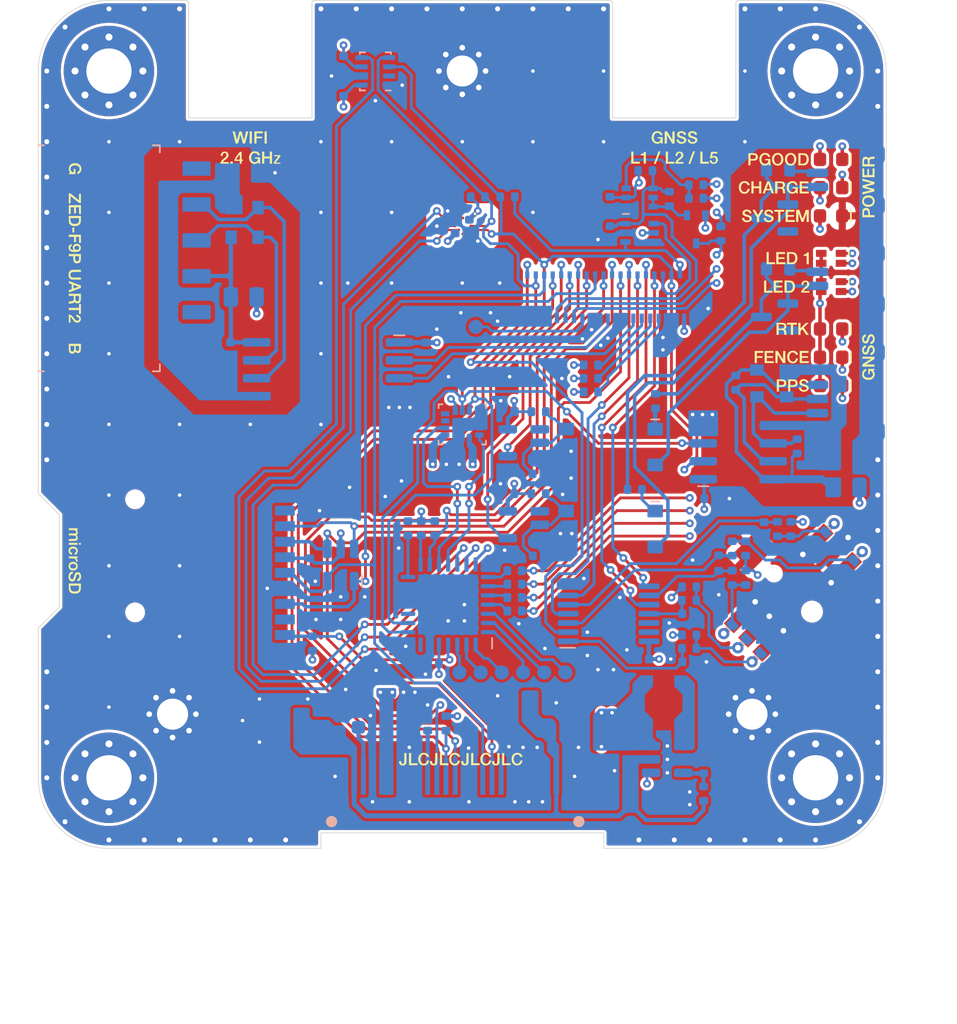
<source format=kicad_pcb>
(kicad_pcb (version 20211014) (generator pcbnew)
  (layers (0 "F.Cu" signal) (1 "In1.Cu" signal) (2 "In2.Cu" signal) (31 "B.Cu" signal) (34 "B.Paste" user) (35 "F.Paste" user) (36 "B.SilkS" user "B.Silkscreen") (37 "F.SilkS" user "F.Silkscreen") (38 "B.Mask" user) (39 "F.Mask" user) (44 "Edge.Cuts" user))
  (net 0 "")
  (net 1 "GND")
  (net 2 "VSPI_MOSI")
  (net 3 "+3V3")
  (net 4 "VSPI_CLK")
  (net 5 "+12V")
  (net 6 "SDA-2")
  (net 7 "SCL-2")
  (net 8 "Net-(D6-Pad2)")
  (net 9 "Net-(R27-Pad1)")
  (net 10 "VSPI_MISO")
  (net 14 "SD_CS")
  (net 17 "SD-SW")
  (net 18 "OLED_RESET")
  (net 21 "MCP-INT")
  (net 22 "ZED-TX-2")
  (net 23 "OLED_CS")
  (net 24 "Net-(D10-Pad1)")
  (net 25 "Net-(D11-Pad1)")
  (net 26 "Net-(D12-Pad1)")
  (net 27 "ZED-RX-2")
  (net 28 "/Connectors/VDD-ISO")
  (net 29 "/User Interface/VCOMH")
  (net 30 "NAV-A")
  (net 31 "NAV-SW")
  (net 32 "NAV-B")
  (net 33 "GNSS-Fence-LED")
  (net 34 "GNSS-RTK-LED")
  (net 35 "GNSS-PPS-LED")
  (net 36 "NAV-D")
  (net 37 "OLED_DC")
  (net 39 "~{CHG}")
  (net 40 "Net-(D2-Pad1)")
  (net 41 "Net-(D4-Pad1)")
  (net 42 "Net-(D5-Pad1)")
  (net 43 "NAV-C")
  (net 44 "Net-(D8-Pad1)")
  (net 45 "Net-(D9-Pad1)")
  (net 46 "/Sensors/WT-A")
  (net 47 "+Vin")
  (net 48 "/Sensors/WT-K")
  (net 49 "/Connectors/VCC-I2C-ISO")
  (net 50 "Net-(C30-Pad2)")
  (net 54 "Net-(D1-Pad2)")
  (net 55 "Net-(D3-Pad2)")
  (net 58 "/User Interface/LED-PWM_+3.3V")
  (net 59 "/Connectors/SDA-2-ISO")
  (net 60 "/Connectors/SCL-2-ISO")
  (net 61 "~{PGOOD}")
  (net 62 "WT-IN")
  (net 65 "/Sensors/DIR-K")
  (net 66 "GND2")
  (net 67 "/Connectors/ZED-TX-2-ISO")
  (net 68 "/Connectors/ZED-RX-2-ISO")
  (net 69 "/User Interface/SW")
  (net 70 "LED_PWM{slash}VIN")
  (net 71 "~{EN-LED}")
  (net 72 "GND3")
  (net 73 "/User Interface/LED-PWM_+Vin")
  (net 74 "/User Interface/FB")
  (net 75 "/User Interface/Iref")
  (net 77 "LED-1-RED")
  (net 78 "Net-(R35-Pad1)")
  (net 80 "LED-2-RED")
  (net 81 "Net-(R36-Pad1)")
  (net 82 "LED-2-GRN")
  (net 83 "Net-(TP1-Pad1)")
  (net 84 "Net-(TP2-Pad1)")
  (net 85 "Net-(R38-Pad1)")
  (net 86 "LED-1-GRN")
  (net 87 "DIR-IN")
  (net 88 "Net-(J2-Pad1)")
  (net 89 "Net-(C36-Pad2)")
  (net 90 "Net-(J7-Pad1)")
  (net 91 "/Sensors/DIR-A")
  (net 94 "Net-(J5-Pad25)")
  (net 96 "BMM-INT")
  (net 97 "BMM-DRDY")
  (net 98 "ISM-INT2")
  (net 99 "ISM-INT1")
  (net 100 "DPS-INT")
  (net 101 "Net-(C38-Pad1)")
  (net 102 "NAV-A-BUF")
  (net 103 "NAV-D-BUF")
  (net 104 "NAV-B-BUF")
  (net 105 "NAV-SW-BUF")
  (net 106 "NAV-C-BUF")
  (net 107 "Net-(C34-Pad1)")
  (net 108 "Net-(TP3-Pad1)")
  (net 109 "Net-(TP4-Pad1)")
  (net 110 "Net-(TP5-Pad1)")
  (net 111 "Net-(TP6-Pad1)")
  (net 112 "/Sensors/MCP-RESET")
  (net 113 "/Sensors/MCP-INT-2")
  (net 114 "Net-(Q1-Pad2)")
  (footprint "Franz-Lib:LED_0603_1608Metric_SmallSilk" (layer "F.Cu") (at 176.1 55.25 180)
    (fp_text reference "D6" hide)
    (fp_text value "Pink")
  )
  (footprint "Franz-Lib:MountingHole_3.2mm_M3_Pad_Via_NoSilk" (layer "F.Cu") (at 175 45)
    (fp_text reference "H1" hide)
    (fp_text value "M3" hide)
  )
  (footprint "Franz-Lib:MountingHole_3.2mm_M3_Pad_Via_NoSilk" (layer "F.Cu") (at 125 45)
    (fp_text reference "H3" hide)
    (fp_text value "M3" hide)
  )
  (footprint "Franz-Lib:MountingHole_3.2mm_M3_Pad_Via_NoSilk" (layer "F.Cu") (at 175 95)
    (fp_text reference "H4" hide)
    (fp_text value "M3" hide)
  )
  (footprint "Franz-Lib:MountingHole_3.2mm_M3_Pad_Via_NoSilk" (layer "F.Cu") (at 125 95)
    (fp_text reference "H2" hide)
    (fp_text value "M3" hide)
  )
  (footprint "Franz-Lib:LED_0603_1608Metric_SmallSilk" (layer "F.Cu") (at 176.1 65.25 180)
    (fp_text reference "D10" hide)
    (fp_text value "Green")
  )
  (footprint "Franz-Lib:LED_0603_1608Metric_SmallSilk" (layer "F.Cu") (at 176.1 63.25 180)
    (fp_text reference "D11" hide)
    (fp_text value "Blue")
  )
  (footprint "Franz-Lib:LED_0603_1608Metric_SmallSilk" (layer "F.Cu") (at 176.1 67.25 180)
    (fp_text reference "D12" hide)
    (fp_text value "Iceblue")
  )
  (footprint "Franz-Lib:NavigationStick_ESwitch-JS1400AFQ" (layer "F.Cu") (at 173.4 81.9 45)
    (fp_text reference "U10" hide)
    (fp_text value "NavigationSwitch_JS1400")
  )
  (footprint "Franz-Lib:150060RV75240_Smaller" (layer "F.Cu") (at 176.1 58.25 180)
    (fp_text reference "U16" hide)
    (fp_text value "150060RV75240" hide)
  )
  (footprint "Design-Lib:GNSS-1-T-Silk" (layer "F.Cu") (at 150 70)
    (fp_text reference "G***" hide)
    (fp_text value "LOGO" hide)
  )
  (footprint "Franz-Lib:150060RV75240_Smaller" (layer "F.Cu") (at 176.1 60.25 180)
    (fp_text reference "U15" hide)
    (fp_text value "150060RV75240" hide)
  )
  (footprint "Design-Lib:GNSS-1-T-Mask" (layer "F.Cu") (at 150 69.7)
    (fp_text reference "G***" hide)
    (fp_text value "LOGO" hide)
  )
  (footprint "Franz-Lib:MountingHole_2.2mm_M2_Pad_Via_NoSilk" (layer "F.Cu") (at 150 45)
    (fp_text reference "H5" hide)
    (fp_text value "M2" hide)
  )
  (footprint "Franz-Lib:LED_0603_1608Metric_SmallSilk" (layer "F.Cu") (at 176.1 53.25 180)
    (fp_text reference "D3" hide)
    (fp_text value "Yellow")
  )
  (footprint "Franz-Lib:WLCSP-12_1.56x1.56mm_P0.4mm_NoSilk" (layer "F.Cu") (at 150 56)
    (fp_text reference "U5" hide)
    (fp_text value "BMM150" hide)
  )
  (footprint "Franz-Lib:LED_0603_1608Metric_SmallSilk" (layer "F.Cu") (at 176.1 51.25 180)
    (fp_text reference "D1" hide)
    (fp_text value "Red")
  )
  (footprint "Franz-Lib:MountingHole_2.2mm_M2_Pad_Via_NoSilk" (layer "F.Cu") (at 170.5 90.5)
    (fp_text reference "H7" hide)
    (fp_text value "M2" hide)
  )
  (footprint "Franz-Lib:MountingHole_2.2mm_M2_Pad_Via_NoSilk" (layer "F.Cu") (at 129.5 90.5)
    (fp_text reference "H6" hide)
    (fp_text value "M2" hide)
  )
  (footprint "Franz-Lib:OLED_SSD1327_1.5" (layer "F.Cu") (at 150 94.9 180)
    (fp_text reference "U7" hide)
    (fp_text value "OLED-1.5-SSD1327")
  )
  (footprint "Franz-Lib:C_0402_1005Metric_NoSilk" (layer "B.Cu") (at 141.6 46.275 90)
    (fp_text reference "C16" hide)
    (fp_text value "100nF" hide)
  )
  (footprint "Franz-Lib:C_0402_1005Metric_NoSilk" (layer "B.Cu") (at 141.6 44.425 -90)
    (fp_text reference "C17" hide)
    (fp_text value "100nF" hide)
  )
  (footprint "Franz-Lib:C_0402_1005Metric_NoSilk" (layer "B.Cu") (at 139.2 79.95 -90)
    (fp_text reference "C19" hide)
    (fp_text value "1µF" hide)
  )
  (footprint "Franz-Lib:C_1206_3216Metric_NoSilk" (layer "B.Cu") (at 137.15 90.95 180)
    (fp_text reference "C21" hide)
    (fp_text value "4.7µF" hide)
  )
  (footprint "Franz-Lib:C_0603_1608Metric_NoSilk" (layer "B.Cu") (at 145.4 91.375)
    (fp_text reference "C23" hide)
    (fp_text value "1µF" hide)
  )
  (footprint "Franz-Lib:C_0603_1608Metric_NoSilk" (layer "B.Cu") (at 142.65 90.65 90)
    (fp_text reference "C25" hide)
    (fp_text value "4.7µF" hide)
  )
  (footprint "Franz-Lib:C_0402_1005Metric_NoSilk" (layer "B.Cu") (at 160.775 93.275 90)
    (fp_text reference "C26" hide)
    (fp_text value "10µF" hide)
  )
  (footprint "Franz-Lib:C_1206_3216Metric_NoSilk" (layer "B.Cu") (at 163.375 96.575)
    (fp_text reference "C27" hide)
    (fp_text value "10µF" hide)
  )
  (footprint "Franz-Lib:JST_SH_SM04B-SRSS-TB_1x04-1MP_P1.00mm_Horizontal" (layer "B.Cu") (at 177.125 67.7 -90)
    (fp_text reference "J1" hide)
    (fp_text value "JST SH 4P.")
  )
  (footprint "Franz-Lib:microSD-Card-CTF-11081-P" (layer "B.Cu") (at 138.15 78.35 90)
    (fp_text reference "J3" hide)
    (fp_text value "microSD-Card-CTF-11081-P")
  )
  (footprint "Franz-Lib:L_Coilcraft_LPS4018_NoSilk" (layer "B.Cu") (at 164.25 89.7)
    (fp_text reference "L2" hide)
    (fp_text value "10µH LPS4018-103MRB" hide)
  )
  (footprint "Franz-Lib:R_0402_1005Metric_NoSilk" (layer "B.Cu") (at 148.85 91.15 -90)
    (fp_text reference "R23" hide)
    (fp_text value "10kΩ" hide)
  )
  (footprint "Franz-Lib:R_0402_1005Metric_NoSilk" (layer "B.Cu") (at 167.075 96.12 90)
    (fp_text reference "R25" hide)
    (fp_text value "1MΩ" hide)
  )
  (footprint "Franz-Lib:R_0402_1005Metric_NoSilk" (layer "B.Cu") (at 168.3 56.5 90)
    (fp_text reference "R26" hide)
    (fp_text value "2.2kΩ" hide)
  )
  (footprint "Franz-Lib:R_0402_1005Metric_NoSilk" (layer "B.Cu") (at 153.7 82.25 180)
    (fp_text reference "R27" hide)
    (fp_text value "2.2kΩ" hide)
  )
  (footprint "Franz-Lib:R_0402_1005Metric_NoSilk" (layer "B.Cu") (at 167.075 94.175 90)
    (fp_text reference "R28" hide)
    (fp_text value "71.5kΩ" hide)
  )
  (footprint "Franz-Lib:R_0402_1005Metric_NoSilk" (layer "B.Cu") (at 147.55 91.15 -90)
    (fp_text reference "R29" hide)
    (fp_text value "910kΩ" hide)
  )
  (footprint "Franz-Lib:SOT143-4L-slim" (layer "B.Cu") (at 171.9 67.1 -90)
    (fp_text reference "U3" hide)
    (fp_text value "SR05.TCT" hide)
  )
  (footprint "Franz-Lib:SOT-23-6_NoSilk" (layer "B.Cu") (at 164.5 93.7 180)
    (fp_text reference "U9" hide)
    (fp_text value "TLV61046ADB" hide)
  )
  (footprint "Franz-Lib:R_0402_1005Metric_NoSilk" (layer "B.Cu") (at 159.1 67.7)
    (fp_text reference "R30" hide)
    (fp_text value "2.2kΩ" hide)
  )
  (footprint "Franz-Lib:R_0402_1005Metric_NoSilk" (layer "B.Cu") (at 159.1 65.8)
    (fp_text reference "R31" hide)
    (fp_text value "2.2kΩ" hide)
  )
  (footprint "Franz-Lib:R_0402_1005Metric_NoSilk" (layer "B.Cu") (at 159.1 66.75)
    (fp_text reference "R32" hide)
    (fp_text value "2.2kΩ" hide)
  )
  (footprint "Franz-Lib:C_0402_1005Metric_NoSilk" (layer "B.Cu") (at 153.2 74.9)
    (fp_text reference "C39" hide)
    (fp_text value "100nF" hide)
  )
  (footprint "Franz-Lib:C_0603_1608Metric_NoSilk" (layer "B.Cu") (at 156.975 91.625)
    (fp_text reference "C6" hide)
    (fp_text value "100nF" hide)
  )
  (footprint "Franz-Lib:C_0402_1005Metric_NoSilk" (layer "B.Cu") (at 147.87 86.925)
    (fp_text reference "C15" hide)
    (fp_text value "100nF" hide)
  )
  (footprint "Franz-Lib:R_0603_1608Metric_NoSilk" (layer "B.Cu") (at 172.35 52 180)
    (fp_text reference "R39" hide)
    (fp_text value "3.3kΩ" hide)
  )
  (footprint "Franz-Lib:C_1206_3216Metric_NoSilk" (layer "B.Cu") (at 156.275 89.725)
    (fp_text reference "C3" hide)
    (fp_text value "4.7µF" hide)
  )
  (footprint "Franz-Lib:R_0805_2012Metric_NoSilk_DNP" (layer "B.Cu") (at 134.65 52.2 180)
    (fp_text reference "JP2" hide)
    (fp_text value "Jumper_2_Open" hide)
  )
  (footprint "Franz-Lib:TestPoint_Pad_D1.0mm_NoSIlk" (layer "B.Cu") (at 154.3 87.55 180)
    (fp_text reference "TP3" hide)
    (fp_text value "Spare" hide)
  )
  (footprint "Franz-Lib:C_0402_1005Metric_NoSilk" (layer "B.Cu") (at 147.4 63.73 -90)
    (fp_text reference "C22" hide)
    (fp_text value "100nF" hide)
  )
  (footprint "Franz-Lib:R_0402_1005Metric_NoSilk" (layer "B.Cu") (at 169.35 67.05 90)
    (fp_text reference "R20" hide)
    (fp_text value "1.5kΩ" hide)
  )
  (footprint "Franz-Lib:R_0402_1005Metric_NoSilk" (layer "B.Cu") (at 155.4 69.1)
    (fp_text reference "R22" hide)
    (fp_text value "910Ω" hide)
  )
  (footprint "Franz-Lib:C_0402_1005Metric_NoSilk" (layer "B.Cu") (at 172.6 53.2 180)
    (fp_text reference "C30" hide)
    (fp_text value "1nF" hide)
  )
  (footprint "Franz-Lib:C_0402_1005Metric_NoSilk" (layer "B.Cu") (at 166.05 83.4)
    (fp_text reference "C13" hide)
    (fp_text value "1µF" hide)
  )
  (footprint "Franz-Lib:R_0402_1005Metric_NoSilk" (layer "B.Cu") (at 170.05 78.775 -90)
    (fp_text reference "R7" hide)
    (fp_text value "4.7kΩ" hide)
  )
  (footprint "Franz-Lib:R_0402_1005Metric_NoSilk" (layer "B.Cu") (at 172.3 77.4 90)
    (fp_text reference "R16" hide)
    (fp_text value "47kΩ" hide)
  )
  (footprint "Design-Lib:GNSS-1-B-Mask" (layer "B.Cu") (at 150 70 180)
    (fp_text reference "G***" hide)
    (fp_text value "LOGO" hide)
  )
  (footprint "Franz-Lib:C_0402_1005Metric_NoSilk" (layer "B.Cu") (at 141.42 91.19 90)
    (fp_text reference "C9" hide)
    (fp_text value "47pF" hide)
  )
  (footprint "Franz-Lib:C_0402_1005Metric_NoSilk" (layer "B.Cu") (at 150.5 56 -90)
    (fp_text reference "C40" hide)
    (fp_text value "100nF" hide)
  )
  (footprint "Franz-Lib:R_0402_1005Metric_NoSilk" (layer "B.Cu") (at 166.05 85.85 180)
    (fp_text reference "R10" hide)
    (fp_text value "47kΩ" hide)
  )
  (footprint "Franz-Lib:C_0402_1005Metric_NoSilk" (layer "B.Cu") (at 172.6 60.2 180)
    (fp_text reference "C36" hide)
    (fp_text value "1nF" hide)
  )
  (footprint "Franz-Lib:SOT-23-6_NoSilk" (layer "B.Cu") (at 141.4 79.95 90)
    (fp_text reference "U6" hide)
    (fp_text value "SRV05-4" hide)
  )
  (footprint "Franz-Lib:C_0402_1005Metric_NoSilk" (layer "B.Cu") (at 153.2 69.1)
    (fp_text reference "C35" hide)
    (fp_text value "100nF" hide)
  )
  (footprint "Franz-Lib:R_0402_1005Metric_NoSilk" (layer "B.Cu") (at 164.65 54.05 90)
    (fp_text reference "R19" hide)
    (fp_text value "1MΩ" hide)
  )
  (footprint "Franz-Lib:R_0402_1005Metric_NoSilk" (layer "B.Cu") (at 166.05 81.5 180)
    (fp_text reference "R8" hide)
    (fp_text value "4.7kΩ" hide)
  )
  (footprint "Franz-Lib:R_0402_1005Metric_NoSilk" (layer "B.Cu") (at 153.7 83.2 180)
    (fp_text reference "R38" hide)
    (fp_text value "2.2kΩ" hide)
  )
  (footprint "Franz-Lib:R_0402_1005Metric_NoSilk" (layer "B.Cu") (at 153.7 81.3 180)
    (fp_text reference "R36" hide)
    (fp_text value "2.2kΩ" hide)
  )
  (footprint "Franz-Lib:C_1206_3216Metric_NoSilk" (layer "B.Cu") (at 160.15 90.025 -90)
    (fp_text reference "C1" hide)
    (fp_text value "47µF" hide)
  )
  (footprint "Franz-Lib:R_0402_1005Metric_NoSilk" (layer "B.Cu") (at 147.1 77.35 90)
    (fp_text reference "R34" hide)
    (fp_text value "10kΩ" hide)
  )
  (footprint "Franz-Lib:TestPoint_Pad_D1.0mm_NoSIlk" (layer "B.Cu") (at 149.8 87.55 180)
    (fp_text reference "TP6" hide)
    (fp_text value "Spare" hide)
  )
  (footprint "Franz-Lib:R_0402_1005Metric_NoSilk" (layer "B.Cu") (at 169.1 80.85 90)
    (fp_text reference "R15" hide)
    (fp_text value "47kΩ" hide)
  )
  (footprint "Franz-Lib:R_0603_1608Metric_NoSilk" (layer "B.Cu") (at 172.35 59 180)
    (fp_text reference "R41" hide)
    (fp_text value "3.3kΩ" hide)
  )
  (footprint "Franz-Lib:TestPoint_Pad_D1.0mm_NoSIlk" (layer "B.Cu") (at 151.3 87.55 180)
    (fp_text reference "TP5" hide)
    (fp_text value "Spare" hide)
  )
  (footprint "Franz-Lib:ST_QFN1610_1_NoSilk" (layer "B.Cu") (at 169.563946 83.7208 45)
    (fp_text reference "D2" hide)
    (fp_text value "5.5V" hide)
  )
  (footprint "Franz-Lib:R_0402_1005Metric_NoSilk" (layer "B.Cu") (at 139.4 85.5 -90)
    (fp_text reference "R11" hide)
    (fp_text value "4.7kΩ" hide)
  )
  (footprint "Franz-Lib:C_0402_1005Metric_NoSilk" (layer "B.Cu") (at 166.05 86.8)
    (fp_text reference "C14" hide)
    (fp_text value "1µF" hide)
  )
  (footprint "Franz-Lib:R_0402_1005Metric_NoSilk" (layer "B.Cu") (at 151.1 53.9 180)
    (fp_text reference "R12" hide)
    (fp_text value "4.7kΩ (DNP)" hide)
  )
  (footprint "Franz-Lib:R_0402_1005Metric_NoSilk" (layer "B.Cu") (at 155.4 74.9)
    (fp_text reference "R43" hide)
    (fp_text value "910Ω" hide)
  )
  (footprint "Franz-Lib:R_0402_1005Metric_NoSilk" (layer "B.Cu") (at 169.1 78.775 -90)
    (fp_text reference "R17" hide)
    (fp_text value "47kΩ" hide)
  )
  (footprint "Franz-Lib:SOT-23-5_NoSilk" (layer "B.Cu") (at 154.35 77.1 180)
    (fp_text reference "U18" hide)
    (fp_text value "SN74AUP1G17DBVR" hide)
  )
  (footprint "Franz-Lib:R_0402_1005Metric_NoSilk" (layer "B.Cu") (at 173.25 77.4 90)
    (fp_text reference "R6" hide)
    (fp_text value "4.7kΩ" hide)
  )
  (footprint "Franz-Lib:ST_QFN1610_1_NoSilk" (layer "B.Cu") (at 177.236054 80.0792 -135)
    (fp_text reference "D9" hide)
    (fp_text value "5.5V" hide)
  )
  (footprint "Franz-Lib:SOT143-4L-slim" (layer "B.Cu") (at 134.6 55.71)
    (fp_text reference "U2" hide)
    (fp_text value "SR05.TCT" hide)
  )
  (footprint "Franz-Lib:C_0402_1005Metric_NoSilk" (layer "B.Cu") (at 160.45 56.45 90)
    (fp_text reference "C4" hide)
    (fp_text value "100nF" hide)
  )
  (footprint "Franz-Lib:C_0402_1005Metric_NoSilk" (layer "B.Cu") (at 148.4 72.1)
    (fp_text reference "C41" hide)
    (fp_text value "100nF" hide)
  )
  (footprint "Franz-Lib:LGA-14L_1.5x3.0x0.86_ST" (layer "B.Cu") (at 150 70 180)
    (fp_text reference "U4" hide)
    (fp_text value "ISM330DHCXTR" hide)
  )
  (footprint "Franz-Lib:TestPoint_Pad_D1.0mm_NoSIlk" (layer "B.Cu") (at 155.8 87.55 180)
    (fp_text reference "TP2" hide)
    (fp_text value "Spare" hide)
  )
  (footprint "Franz-Lib:5025983993" (layer "B.Cu") (at 160 61 180)
    (fp_text reference "J5" hide)
    (fp_text value "FFC" hide)
  )
  (footprint "Franz-Lib:R_0402_1005Metric_NoSilk" (layer "B.Cu") (at 163.675 68.35 -90)
    (fp_text reference "R42" hide)
    (fp_text value "470Ω" hide)
  )
  (footprint "Franz-Lib:R_0402_1005Metric_NoSilk" (layer "B.Cu") (at 166.55 54)
    (fp_text reference "R4" hide)
    (fp_text value "2.2kΩ" hide)
  )
  (footprint "Franz-Lib:TestPoint_Pad_D1.0mm_NoSIlk" (layer "B.Cu") (at 150.95 63.1 180)
    (fp_text reference "TP7" hide)
    (fp_text value "Spare" hide)
  )
  (footprint "Franz-Lib:R_0805_2012Metric_NoSilk_DNP" (layer "B.Cu") (at 177.2 74.45 180)
    (fp_text reference "JP3" hide)
    (fp_text value "Jumper_2_Open" hide)
  )
  (footprint "Franz-Lib:C_0402_1005Metric_NoSilk" (layer "B.Cu") (at 174.1 73.4 90)
    (fp_text reference "C29" hide)
    (fp_text value "100nF" hide)
  )
  (footprint "Franz-Lib:R_0805_2012Metric_NoSilk_DNP" (layer "B.Cu") (at 134.5375 60.9875 180)
    (fp_text reference "JP1" hide)
    (fp_text value "Jumper_2_Open" hide)
  )
  (footprint "Franz-Lib:SOIC-8_3.9x4.9mm_P1.27mm_NoSilk" (layer "B.Cu") (at 169.525 71.975)
    (fp_text reference "U13" hide)
    (fp_text value "ISO1541" hide)
  )
  (footprint "Franz-Lib:R_0805_2012Metric_NoSilk_DNP" (layer "B.Cu") (at 177.2 72.55 180)
    (fp_text reference "JP4" hide)
    (fp_text value "Jumper_2_Open" hide)
  )
  (footprint "Franz-Lib:Texas_SC70_(DCK)_NoSilk" (layer "B.Cu") (at 162.55 56.45 180)
    (fp_text reference "U19" hide)
    (fp_text value "TMUX1101DCKR" hide)
  )
  (footprint "Franz-Lib:JST_SH_SM02B-SRSS-TB_1x02-1MP_P1.00mm_Horizontal_NoSilk" (layer "B.Cu") (at 177.125 52.7 -90)
    (fp_text reference "J2" hide)
    (fp_text value "JST SH 2" hide)
  )
  (footprint "Franz-Lib:SOT-323_SC-70_NoSilk" (layer "B.Cu") (at 166.55 56.2 -90)
    (fp_text reference "Q2" hide)
    (fp_text value "PJC7407_R1" hide)
  )
  (footprint "Franz-Lib:SOT-23_NoSilk" (layer "B.Cu") (at 172.1 62.4 180)
    (fp_text reference "D16" hide)
    (fp_text value "BZX84 5.6V" hide)
  )
  (footprint "Franz-Lib:R_0402_1005Metric_NoSilk" (layer "B.Cu") (at 166.05 84.9 180)
    (fp_text reference "R9" hide)
    (fp_text value "4.7kΩ" hide)
  )
  (footprint "Franz-Lib:C_0402_1005Metric_NoSilk" (layer "B.Cu") (at 149.5 56 90)
    (fp_text reference "C37" hide)
    (fp_text value "100nF" hide)
  )
  (footprint "Franz-Lib:R_0402_1005Metric_NoSilk" (layer "B.Cu") (at 160.45 54.4 90)
    (fp_text reference "R18" hide)
    (fp_text value "2MΩ" hide)
  )
  (footprint "Franz-Lib:C_0402_1005Metric_NoSilk" (layer "B.Cu") (at 133.6 64.68 -90)
    (fp_text reference "C24" hide)
    (fp_text value "100nF" hide)
  )
  (footprint "Franz-Lib:R_0402_1005Metric_NoSilk" (layer "B.Cu") (at 153.7 80.35 180)
    (fp_text reference "R35" hide)
    (fp_text value "2.2kΩ" hide)
  )
  (footprint "Franz-Lib:C_0402_1005Metric_NoSilk" (layer "B.Cu") (at 156.975 92.85)
    (fp_text reference "C8" hide)
    (fp_text value "47pF" hide)
  )
  (footprint "Franz-Lib:TestPoint_Pad_D1.0mm_NoSIlk" (layer "B.Cu") (at 152.8 87.55 180)
    (fp_text reference "TP4" hide)
    (fp_text value "Spare" hide)
  )
  (footprint "Franz-Lib:DPS310" (layer "B.Cu") (at 143.85 45.025 180)
    (fp_text reference "DPS1" hide)
    (fp_text value "DPS310")
  )
  (footprint "Franz-Lib:C_0402_1005Metric_NoSilk" (layer "B.Cu") (at 167.6 75.25 180)
    (fp_text reference "C18" hide)
    (fp_text value "100nF" hide)
  )
  (footprint "Franz-Lib:R_0402_1005Metric_NoSilk" (layer "B.Cu") (at 170.05 80.85 90)
    (fp_text reference "R5" hide)
    (fp_text value "4.7kΩ" hide)
  )
  (footprint "Franz-Lib:141352145000" (layer "B.Cu") (at 160.5 77.4 180)
    (fp_text reference "U17" hide)
    (fp_text value "141352145000" hide)
  )
  (footprint "Franz-Lib:R_0402_1005Metric_NoSilk" (layer "B.Cu") (at 166.05 82.45 180)
    (fp_text reference "R14" hide)
    (fp_text value "47kΩ" hide)
  )
  (footprint "Franz-Lib:C_0402_1005Metric_NoSilk" (layer "B.Cu") (at 168.15 78.775 90)
    (fp_text reference "C10" hide)
    (fp_text value "1µF" hide)
  )
  (footprint "Franz-Lib:R_0402_1005Metric_NoSilk" (layer "B.Cu") (at 162.2 74.6)
    (fp_text reference "R40" hide)
    (fp_text value "470Ω" hide)
  )
  (footprint "Franz-Lib:R_0402_1005Metric_NoSilk" (layer "B.Cu") (at 148.05 77.35 90)
    (fp_text reference "R33" hide)
    (fp_text value "10kΩ" hide)
  )
  (footprint "Franz-Lib:TestPoint_Pad_D1.0mm_NoSIlk" (layer "B.Cu") (at 157.3 87.55 180)
    (fp_text reference "TP1" hide)
    (fp_text value "Spare" hide)
  )
  (footprint "Franz-Lib:ST_QFN1610_1_NoSilk" (layer "B.Cu") (at 170.571573 84.728427 45)
    (fp_text reference "D4" hide)
    (fp_text value "5.5V" hide)
  )
  (footprint "Franz-Lib:C_0402_1005Metric_NoSilk" (layer "B.Cu") (at 150.25 72.1 180)
    (fp_text reference "C42" hide)
    (fp_text value "100nF" hide)
  )
  (footprint "Franz-Lib:SOIC-8W_3.9x_P1.27mm_NoSilk" (layer "B.Cu") (at 140.5 66.1 180)
    (fp_text reference "U8" hide)
    (fp_text value "MAX22246CAWA+" hide)
  )
  (footprint "Franz-Lib:ST_QFN1610_1_NoSilk" (layer "B.Cu") (at 171.5792 85.736054 45)
    (fp_text reference "D5" hide)
    (fp_text value "5.5V" hide)
  )
  (footprint "Franz-Lib:R_0402_1005Metric_NoSilk" (layer "B.Cu") (at 162.95 52.05)
    (fp_text reference "R1" hide)
    (fp_text value "1MΩ" hide)
  )
  (footprint "Franz-Lib:C_0402_1005Metric_NoSilk" (layer "B.Cu") (at 175.05 73.4 90)
    (fp_text reference "C28" hide)
    (fp_text value "1µF" hide)
  )
  (footprint "Franz-Lib:C_0402_1005Metric_NoSilk" (layer "B.Cu") (at 162.725 86.6)
    (fp_text reference "C2" hide)
    (fp_text value "100nF" hide)
  )
  (footprint "Franz-Lib:SOT-363_SC-70-6_NoSilk" (layer "B.Cu") (at 162.55 53.95)
    (fp_text reference "Q1" hide)
    (fp_text value "BSD235C" hide)
  )
  (footprint "Franz-Lib:TSSOP-14_4.4x5mm_P0.65mm_NoSilk" (layer "B.Cu") (at 160.35 83.4)
    (fp_text reference "U12" hide)
    (fp_text value "74AHCV17A" hide)
  )
  (footprint "Franz-Lib:R_0402_1005Metric_NoSilk" (layer "B.Cu") (at 153.2 53.9 180)
    (fp_text reference "R13" hide)
    (fp_text value "4.7kΩ (DNP)" hide)
  )
  (footprint "Franz-Lib:R_0402_1005Metric_NoSilk" (layer "B.Cu") (at 146.15 77.35 90)
    (fp_text reference "R24" hide)
    (fp_text value "10kΩ" hide)
  )
  (footprint "Franz-Lib:C_0603_1608Metric_NoSilk" (layer "B.Cu") (at 140.21 90.62 90)
    (fp_text reference "C7" hide)
    (fp_text value "100nF" hide)
  )
  (footprint "Franz-Lib:C_0603_1608Metric_NoSilk" (layer "B.Cu") (at 145.4 89.9)
    (fp_text reference "C5" hide)
    (fp_text value "1µF" hide)
  )
  (footprint "Franz-Lib:ST_QFN1610_1_NoSilk" (layer "B.Cu") (at 175.234746 78.075 -135)
    (fp_text reference "D8" hide)
    (fp_text value "5.5V" hide)
  )
  (footprint "Franz-Lib:JST_SH_SM02B-SRSS-TB_1x02-1MP_P1.00mm_Horizontal_NoSilk" (layer "B.Cu") (at 177.125 59.7 -90)
    (fp_text reference "J7" hide)
    (fp_text value "JST SH 2" hide)
  )
  (footprint "Franz-Lib:C_0402_1005Metric_NoSilk" (layer "B.Cu") (at 155.475 79.3)
    (fp_text reference "C38" hide)
    (fp_text value "22nF" hide)
  )
  (footprint "Franz-Lib:141352145000" (layer "B.Cu") (at 160.5 71.6 180)
    (fp_text reference "U1" hide)
    (fp_text value "141352145000" hide)
  )
  (footprint "Franz-Lib:SOT-23_NoSilk" (layer "B.Cu") (at 172.1 55.4 180)
    (fp_text reference "D7" hide)
    (fp_text value "BZX84 5.6V" hide)
  )
  (footprint "Franz-Lib:R_0402_1005Metric_NoSilk" (layer "B.Cu") (at 166.55 53.05)
    (fp_text reference "R2" hide)
    (fp_text value "2.2kΩ" hide)
  )
  (footprint "Franz-Lib:C_0402_1005Metric_NoSilk" (layer "B.Cu") (at 155.45 73.5)
    (fp_text reference "C34" hide)
    (fp_text value "22nF" hide)
  )
  (footprint "Franz-Lib:QFN-28-1EP_6x6mm_P0.65mm_EP4.25x4.25mm_NoSilk" (layer "B.Cu") (at 149 82.75 90)
    (fp_text reference "U14" hide)
    (fp_text value "MCP23017_ML" hide)
  )
  (footprint "Franz-Lib:SOT-23-5_NoSilk" (layer "B.Cu") (at 154.35 71.3 180)
    (fp_text reference "U11" hide)
    (fp_text value "SN74AUP1G17DBVR" hide)
  )
  (footprint "Franz-Lib:PinSocket_2.54mm_01x06_Horizontal_SMD" (layer "B.Cu") (at 126.1 58.25 -90)
    (fp_text reference "J4" hide)
    (fp_text value "ZED UART 2" hide)
  )
  (footprint "Franz-Lib:C_0402_1005Metric_NoSilk" (layer "B.Cu") (at 171.35 77.4 -90)
    (fp_text reference "C11" hide)
    (fp_text value "1µF" hide)
  )
  (footprint "Franz-Lib:R_0402_1005Metric_NoSilk" (layer "B.Cu") (at 173.7 71.55 90)
    (fp_text reference "R21" hide)
    (fp_text value "1.5kΩ" hide)
  )
  (footprint "Franz-Lib:C_0402_1005Metric_NoSilk" (layer "B.Cu") (at 168.15 80.85 -90)
    (fp_text reference "C12" hide)
    (fp_text value "1µF" hide)
  )
  (gr_line (start 160 100) (end 160 98.9) (layer "Edge.Cuts") (width 0.05))
  (gr_line (start 120 95) (end 120 84.4) (layer "Edge.Cuts") (width 0.05))
  (gr_line (start 180 45) (end 180 95) (layer "Edge.Cuts") (width 0.05))
  (gr_line (start 121.5 76.4) (end 120 74.9) (layer "Edge.Cuts") (width 0.05))
  (gr_line (start 130.64 48.32) (end 130.64 40.2) (layer "Edge.Cuts") (width 0.05))
  (gr_line (start 160.44 40) (end 139.56 40) (layer "Edge.Cuts") (width 0.05))
  (gr_line (start 139.36 40.2) (end 139.36 48.32) (layer "Edge.Cuts") (width 0.05))
  (gr_line (start 160 100) (end 175 100) (layer "Edge.Cuts") (width 0.05))
  (gr_arc (start 180 95) (mid 178.535534 98.535534) (end 175 100) (layer "Edge.Cuts") (width 0.05))
  (gr_line (start 160.64 48.32) (end 169.36 48.32) (layer "Edge.Cuts") (width 0.05))
  (gr_arc (start 130.44 40) (mid 130.581421 40.058579) (end 130.64 40.2) (layer "Edge.Cuts") (width 0.05))
  (gr_line (start 120 74.9) (end 120 45) (layer "Edge.Cuts") (width 0.05))
  (gr_line (start 160.64 40.2) (end 160.64 48.32) (layer "Edge.Cuts") (width 0.05))
  (gr_line (start 140 100) (end 125 100) (layer "Edge.Cuts") (width 0.05))
  (gr_line (start 121.5 82.9) (end 121.5 76.4) (layer "Edge.Cuts") (width 0.05))
  (gr_arc (start 125 100) (mid 121.464466 98.535534) (end 120 95) (layer "Edge.Cuts") (width 0.05))
  (gr_arc (start 160.44 40) (mid 160.581421 40.058579) (end 160.64 40.2) (layer "Edge.Cuts") (width 0.05))
  (gr_arc (start 139.36 40.2) (mid 139.418579 40.058579) (end 139.56 40) (layer "Edge.Cuts") (width 0.05))
  (gr_line (start 140 98.9) (end 140 100) (layer "Edge.Cuts") (width 0.05))
  (gr_line (start 125 40) (end 130.44 40) (layer "Edge.Cuts") (width 0.05))
  (gr_line (start 130.64 48.32) (end 139.36 48.32) (layer "Edge.Cuts") (width 0.05))
  (gr_arc (start 120 45) (mid 121.464466 41.464466) (end 125 40) (layer "Edge.Cuts") (width 0.05))
  (gr_arc (start 169.36 40.2) (mid 169.418579 40.058579) (end 169.56 40) (layer "Edge.Cuts") (width 0.05))
  (gr_line (start 120 84.4) (end 121.5 82.9) (layer "Edge.Cuts") (width 0.05))
  (gr_line (start 169.56 40) (end 175 40) (layer "Edge.Cuts") (width 0.05))
  (gr_line (start 169.36 40.2) (end 169.36 48.32) (layer "Edge.Cuts") (width 0.05))
  (gr_line (start 160 98.9) (end 140 98.9) (layer "Edge.Cuts") (width 0.05))
  (gr_arc (start 175 40) (mid 178.535534 41.464466) (end 180 45) (layer "Edge.Cuts") (width 0.05))
  (segment (start 150.601 56.531) (end 151.101 57.031) (width 0.15) (layer "F.Cu") (net 1))
  (segment (start 150.035 55.399) (end 149.469 55.399) (width 0.15) (layer "F.Cu") (net 1))
  (segment (start 148.969 54.899) (end 149.469 55.399) (width 0.15) (layer "F.Cu") (net 1))
  (segment (start 150.035 56.531) (end 150.601 56.531) (width 0.15) (layer "F.Cu") (net 1))
  (segment (start 148.2 55.97) (end 148.205 55.965) (width 0.15) (layer "F.Cu") (net 1))
  (segment (start 148.205 55.965) (end 149.469 55.965) (width 0.15) (layer "F.Cu") (net 1))
  (via (at 127.5 99.4) (size 0.65) (drill 0.35) (layers "F.Cu" "B.Cu") (net 1))
  (via (at 140 40.6) (size 0.65) (drill 0.35) (layers "F.Cu" "B.Cu") (net 1))
  (via (at 145 40.6) (size 0.65) (drill 0.35) (layers "F.Cu" "B.Cu") (net 1))
  (via (at 172.5 40.6) (size 0.65) (drill 0.35) (layers "F.Cu" "B.Cu") (net 1))
  (via (at 152.5 62.7) (size 0.55) (drill 0.25) (layers "F.Cu" "B.Cu") (net 1))
  (via (at 120.6 67.5) (size 0.65) (drill 0.35) (layers "F.Cu" "B.Cu") (net 1))
  (via (at 142.025 74.45) (size 0.55) (drill 0.25) (layers "F.Cu" "B.Cu") (net 1))
  (via (at 125 85) (size 0.55) (drill 0.25) (layers "F.Cu" "B.Cu") (net 1))
  (via (at 146.25 96.7) (size 0.55) (drill 0.25) (layers "F.Cu" "B.Cu") (net 1))
  (via (at 146.65 88.95) (size 0.55) (drill 0.25) (layers "F.Cu" "B.Cu") (net 1))
  (via (at 157.05 66.75) (size 0.55) (drill 0.25) (layers "F.Cu" "B.Cu") (net 1))
  (via (at 150 60) (size 0.55) (drill 0.25) (layers "F.Cu" "B.Cu") (net 1))
  (via (at 150 40.6) (size 0.65) (drill 0.35) (layers "F.Cu" "B.Cu") (net 1))
  (via (at 150.15 82.75) (size 0.55) (drill 0.25) (layers "F.Cu" "B.Cu") (net 1))
  (via (at 164.65 84.05) (size 0.55) (drill 0.25) (layers "F.Cu" "B.Cu") (net 1))
  (via (at 146 85.7) (size 0.55) (drill 0.25) (layers "F.Cu" "B.Cu") (net 1))
  (via (at 147.5 40.6) (size 0.65) (drill 0.35) (layers "F.Cu" "B.Cu") (net 1))
  (via (at 120.6 62.5) (size 0.65) (drill 0.35) (layers "F.Cu" "B.Cu") (net 1))
  (via (at 120.6 72.5) (size 0.65) (drill 0.35) (layers "F.Cu" "B.Cu") (net 1))
  (via (at 179.4 80) (size 0.65) (drill 0.35) (layers "F.Cu" "B.Cu") (net 1))
  (via (at 159.6 56.925) (size 0.55) (drill 0.25) (layers "F.Cu" "B.Cu") (net 1))
  (via (at 135.65 89.425) (size 0.55) (drill 0.25) (layers "F.Cu" "B.Cu") (net 1))
  (via (at 172.725 84.6) (size 0.8) (drill 0.4) (layers "F.Cu" "B.Cu") (net 1))
  (via (at 121.8892 98.1108) (size 0.65) (drill 0.35) (layers "F.Cu" "B.Cu") (net 1))
  (via (at 137.5 99.4) (size 0.65) (drill 0.35) (layers "F.Cu" "B.Cu") (net 1))
  (via (at 165 99.4) (size 0.65) (drill 0.35) (layers "F.Cu" "B.Cu") (net 1))
  (via (at 167.5 99.4) (size 0.65) (drill 0.35) (layers "F.Cu" "B.Cu") (net 1))
  (via (at 179.4 75) (size 0.65) (drill 0.35) (layers "F.Cu" "B.Cu") (net 1))
  (via (at 147.395 87.675) (size 0.55) (drill 0.25) (layers "F.Cu" "B.Cu") (net 1))
  (via (at 125 70) (size 0.55) (drill 0.25) (layers "F.Cu" "B.Cu") (net 1))
  (via (at 120.6 90) (size 0.65) (drill 0.35) (layers "F.Cu" "B.Cu") (net 1))
  (via (at 158.85 84.7) (size 0.55) (drill 0.25) (layers "F.Cu" "B.Cu") (net 1))
  (via (at 170 40.6) (size 0.65) (drill 0.35) (layers "F.Cu" "B.Cu") (net 1))
  (via (at 170 99.4) (size 0.65) (drill 0.35) (layers "F.Cu" "B.Cu") (net 1))
  (via (at 159.15 63.3) (size 0.55) (drill 0.25) (layers "F.Cu" "B.Cu") (net 1))
  (via (at 157.95 94.9) (size 0.55) (drill 0.25) (layers "F.Cu" "B.Cu") (net 1))
  (via (at 166.3 79.6) (size 0.55) (drill 0.25) (layers "F.Cu" "B.Cu") (net 1))
  (via (at 139.65 83.8) (size 0.55) (drill 0.25) (layers "F.Cu" "B.Cu") (net 1))
  (via (at 158.225 92.85) (size 0.55) (drill 0.25) (layers "F.Cu" "B.Cu") (net 1))
  (via (at 168.9 75.25) (size 0.55) (drill 0.25) (layers "F.Cu" "B.Cu") (net 1))
  (via (at 140 55) (size 0.55) (drill 0.25) (layers "F.Cu" "B.Cu") (net 1))
  (via (at 170 50) (size 0.55) (drill 0.25) (layers "F.Cu" "B.Cu") (net 1))
  (via (at 143.65 96.7) (size 0.55) (drill 0.25) (layers "F.Cu" "B.Cu") (net 1))
  (via (at 145 55) (size 0.55) (drill 0.25) (layers "F.Cu" "B.Cu") (net 1))
  (via (at 150.15 83.9) (size 0.55) (drill 0.25) (layers "F.Cu" "B.Cu") (net 1))
  (via (at 160 40.6) (size 0.65) (drill 0.35) (layers "F.Cu" "B.Cu") (net 1))
  (via (at 120.6 87.5) (size 0.65) (drill 0.35) (layers "F.Cu" "B.Cu") (net 1))
  (via (at 136.75 52.2) (size 0.55) (drill 0.25) (layers "F.Cu" "B.Cu") (net 1))
  (via (at 160 45) (size 0.55) (drill 0.25) (layers "F.Cu" "B.Cu") (net 1))
  (via (at 164.2 64.725) (size 0.55) (drill 0.25) (layers "F.Cu" "B.Cu") (net 1))
  (via (at 141.4 83.8) (size 0.55) (drill 0.25) (layers "F.Cu" "B.Cu") (net 1))
  (via (at 140 50) (size 0.55) (drill 0.25) (layers "F.Cu" "B.Cu") (net 1))
  (via (at 164.2 63.85) (size 0.55) (drill 0.25) (layers "F.Cu" "B.Cu") (net 1))
  (via (at 152.7 74.2) (size 0.55) (drill 0.25) (layers "F.Cu" "B.Cu") (net 1))
  (via (at 148.2 63.26) (size 0.55) (drill 0.25) (layers "F.Cu" "B.Cu") (net 1))
  (via (at 125 60) (size 0.55) (drill 0.25) (layers "F.Cu" "B.Cu") (net 1))
  (via (at 160.7 87.35) (size 0.55) (drill 0.25) (layers "F.Cu" "B.Cu") (net 1))
  (via (at 161.65 85.95) (size 0.55) (drill 0.25) (layers "F.Cu" "B.Cu") (net 1))
  (via (at 120.6 47.5) (size 0.65) (drill 0.35) (layers "F.Cu" "B.Cu") (net 1))
  (via (at 127.5 40.6) (size 0.65) (drill 0.35) (layers "F.Cu" "B.Cu") (net 1))
  (via (at 178.1108 98.1108) (size 0.65) (drill 0.35) (layers "F.Cu" "B.Cu") (net 1))
  (via (at 170 45) (size 0.55) (drill 0.25) (layers "F.Cu" "B.Cu") (net 1))
  (via (at 152.65 60) (size 0.55) (drill 0.25) (layers "F.Cu" "B.Cu") (net 1))
  (via (at 179.4 82.5) (size 0.65) (drill 0.35) (layers "F.Cu" "B.Cu") (net 1))
  (via (at 120.6 45) (size 0.65) (drill 0.35) (layers "F.Cu" "B.Cu") (net 1))
  (via (at 130 85) (size 0.55) (drill 0.25) (layers "F.Cu" "B.Cu") (net 1))
  (via (at 153.725 96.7) (size 0.55) (drill 0.25) (layers "F.Cu" "B.Cu") (net 1))
  (via (at 170.725 82.55) (size 0.8) (drill 0.4) (layers "F.Cu" "B.Cu") (net 1))
  (via (at 164.75 86.6) (size 0.55) (drill 0.25) (layers "F.Cu" "B.Cu") (net 1))
  (via (at 158.5 63.95) (size 0.55) (drill 0.25) (layers "F.Cu" "B.Cu") (net 1))
  (via (at 125 50) (size 0.55) (drill 0.25) (layers "F.Cu" "B.Cu") (net 1))
  (via (at 153 78.9) (size 0.55) (drill 0.25) (layers "F.Cu" "B.Cu") (net 1))
  (via (at 152.5 40.6) (size 0.65) (drill 0.35) (layers "F.Cu" "B.Cu") (net 1))
  (via (at 140.75 45.35) (size 0.55) (drill 0.25) (layers "F.Cu" "B.Cu") (net 1))
  (via (at 143.85 47.1) (size 0.55) (drill 0.25) (layers "F.Cu" "B.Cu") (net 1))
  (via (at 157.7 71.9) (size 0.55) (drill 0.25) (layers "F.Cu" "B.Cu") (net 1))
  (via (at 143.5 90.6) (size 0.55) (drill 0.25) (layers "F.Cu" "B.Cu") (net 1))
  (via (at 155 45) (size 0.55) (drill 0.25) (layers "F.Cu" "B.Cu") (net 1))
  (via (at 149.9 62.1) (size 0.55) (drill 0.25) (layers "F.Cu" "B.Cu") (net 1))
  (via (at 145.55 68.8) (size 0.55) (drill 0.25) (layers "F.Cu" "B.Cu") (net 1))
  (via (at 179.4 87.5) (size 0.65) (drill 0.35) (layers "F.Cu" "B.Cu") (net 1))
  (via (at 120.6 70) (size 0.65) (drill 0.35) (layers "F.Cu" "B.Cu") (net 1))
  (via (at 145 60) (size 0.55) (drill 0.25) (layers "F.Cu" "B.Cu") (net 1))
  (via (at 155.675 96.7) (size 0.55) (drill 0.25) (layers "F.Cu" "B.Cu") (net 1))
  (via (at 136.2 81.6) (size 0.55) (drill 0.25) (layers "F.Cu" "B.Cu") (net 1))
  (via (at 145 50) (size 0.55) (drill 0.25) (layers "F.Cu" "B.Cu") (net 1))
  (via (at 151.101 57.031) (size 0.55) (drill 0.25) (layers "F.Cu" "B.Cu") (net 1))
  (via (at 157.5 40.6) (size 0.65) (drill 0.35) (layers "F.Cu" "B.Cu") (net 1))
  (via (at 152.5 89.2) (size 0.55) (drill 0.25) (layers "F.Cu" "B.Cu") (net 1))
  (via (at 135.65 92.475) (size 0.55) (drill 0.25) (layers "F.Cu" "B.Cu") (net 1))
  (via (at 167.7 69.3) (size 0.55) (drill 0.25) (layers "F.Cu" "B.Cu") (net 1))
  (via (at 179.4 45) (size 0.65) (drill 0.35) (layers "F.Cu" "B.Cu") (net 1))
  (via (at 167 69.3) (size 0.55) (drill 0.25) (layers "F.Cu" "B.Cu") (net 1))
  (via (at 140 65) (size 0.55) (drill 0.25) (layers "F.Cu" "B.Cu") (net 1))
  (via (at 161.15 82.25) (size 0.55) (drill 0.25) (layers "F.Cu" "B.Cu") (net 1))
  (via (at 139.6 81.1) (size 0.55) (drill 0.25) (layers "F.Cu" "B.Cu") (net 1))
  (via (at 150.45 92.9) (size 0.55) (drill 0.25) (layers "F.Cu" "B.Cu") (net 1))
  (via (at 167.4 61.8) (size 0.55) (drill 0.25) (layers "F.Cu" "B.Cu") (net 1))
  (via (at 145.85 88.95) (size 0.55) (drill 0.25) (layers "F.Cu" "B.Cu") (net 1))
  (via (at 140 70) (size 0.55) (drill 0.25) (layers "F.Cu" "B.Cu") (net 1))
  (via (at 144.8 68.8) (size 0.55) (drill 0.25) (layers "F.Cu" "B.Cu") (net 1))
  (via (at 146.3 68.8) (size 0.55) (drill 0.25) (layers "F.Cu" "B.Cu") (net 1))
  (via (at 130 40.6) (size 0.65) (drill 0.35) (layers "F.Cu" "B.Cu") (net 1))
  (via (at 132.5 99.4) (size 0.65) (drill 0.35) (layers "F.Cu" "B.Cu") (net 1))
  (via (at 148.2 55.97) (size 0.55) (drill 0.25) (layers "F.Cu" "B.Cu") (net 1))
  (via (at 154.7 96.7) (size 0.55) (drill 0.25) (layers "F.Cu" "B.Cu") (net 1))
  (via (at 155.85 85.85) (size 0.55) (drill 0.25) (layers "F.Cu" "B.Cu") (net 1))
  (via (at 160.775 94.5) (size 0.55) (drill 0.25) (layers "F.Cu" "B.Cu") (net 1))
  (via (at 150.475 96.7) (size 0.55) (drill 0.25) (layers "F.Cu" "B.Cu") (net 1))
  (via (at 125 75) (size 0.55) (drill 0.25) (layers "F.Cu" "B.Cu") (net 1))
  (via (at 125 65) (size 0.55) (drill 0.25) (layers "F.Cu" "B.Cu") (net 1))
  (via (at 158.85 86.35) (size 0.55) (drill 0.25) (layers "F.Cu" "B.Cu") (net 1))
  (via (at 139.075 89.425) (size 0.55) (drill 0.25) (layers "F.Cu" "B.Cu") (net 1))
  (via (at 154.3 92.85) (size 0.55) (drill 0.25) (layers "F.Cu" "B.Cu") (net 1))
  (via (at 166.1 96) (size 0.55) (drill 0.25) (layers "F.Cu" "B.Cu") (net 1))
  (via (at 157.75 77.725) (size 0.55) (drill 0.25) (layers "F.Cu" "B.Cu") (net 1))
  (via (at 121.8892 41.8892) (size 0.65) (drill 0.35) (layers "F.Cu" "B.Cu") (net 1))
  (via (at 155 40.6) (size 0.65) (drill 0.35) (layers "F.Cu" "B.Cu") (net 1))
  (via (at 130 50) (size 0.55) (drill 0.25) (layers "F.Cu" "B.Cu") (net 1))
  (via (at 148.875 72.825) (size 0.55) (drill 0.25) (layers "F.Cu" "B.Cu") (net 1))
  (via (at 143.1 82.2) (size 0.55) (drill 0.25) (layers "F.Cu" "B.Cu") (net 1))
  (via (at 145.5 78.75) (size 0.55) (drill 0.25) (layers "F.Cu" "B.Cu") (net 1))
  (via (at 179.4 95) (size 0.65) (drill 0.35) (layers "F.Cu" "B.Cu") (net 1))
  (via (at 120.6 95) (size 0.65) (drill 0.35) (layers "F.Cu" "B.Cu") (net 1))
  (via (at 120.6 65) (size 0.65) (drill 0.35) (layers "F.Cu" "B.Cu") (net 1))
  (via (at 153.35 66.625) (size 0.55) (drill 0.25) (layers "F.Cu" "B.Cu") (net 1))
  (via (at 120.6 60) (size 0.65) (drill 0.35) (layers "F.Cu" "B.Cu") (net 1))
  (via (at 166.3 69.3) (size 0.55) (drill 0.25) (layers "F.Cu" "B.Cu") (net 1))
  (via (at 172.5 99.4) (size 0.65) (drill 0.35) (layers "F.Cu" "B.Cu") (net 1))
  (via (at 179.4 85) (size 0.65) (drill 0.35) (layers "F.Cu" "B.Cu") (net 1))
  (via (at 130 70) (size 0.55) (drill 0.25) (layers "F.Cu" "B.Cu") (net 1))
  (via (at 141 94.9) (size 0.55) (drill 0.25) (layers "F.Cu" "B.Cu") (net 1))
  (via (at 149.775 72.825) (size 0.55) (drill 0.25) (layers "F.Cu" "B.Cu") (net 1))
  (via (at 154 84.1) (size 0.55) (drill 0.25) (layers "F.Cu" "B.Cu") (net 1))
  (via (at 125 80) (size 0.55) (drill 0.25) (layers "F.Cu" "B.Cu") (net 1))
  (via (at 176.1 81.2) (size 0.8) (drill 0.4) (layers "F.Cu" "B.Cu") (net 1))
  (via (at 167.275 86.8) (size 0.55) (drill 0.25) (layers "F.Cu" "B.Cu") (net 1))
  (via (at 144.55 75.1) (size 0.55) (drill 0.25) (layers "F.Cu" "B.Cu") (net 1))
  (via (at 168.15 82.05) (size 0.55) (drill 0.25) (layers "F.Cu" "B.Cu") (net 1))
  (via (at 178.1108 41.8892) (size 0.65) (drill 0.35) (layers "F.Cu" "B.Cu") (net 1))
  (via (at 157.7 73.8) (size 0.55) (drill 0.25) (layers "F.Cu" "B.Cu") (net 1))
  (via (at 152.725 68.325) (size 0.55) (drill 0.25) (layers "F.Cu" "B.Cu") (net 1))
  (via (at 125 40.6) (size 0.65) (drill 0.35) (layers "F.Cu" "B.Cu") (net 1))
  (via (at 130 80) (size 0.55) (drill 0.25) (layers "F.Cu" "B.Cu") (net 1))
  (via (at 130 99.4) (size 0.65) (drill 0.35) (layers "F.Cu" "B.Cu") (net 1))
  (via (at 156.65 89.7) (size 0.55) (drill 0.25) (layers "F.Cu" "B.Cu") (net 1))
  (via (at 145.75 46) (size 0.55) (drill 0.25) (layers "F.Cu" "B.Cu") (net 1))
  (via (at 125 99.4) (size 0.65) (drill 0.35) (layers "F.Cu" "B.Cu") (net 1))
  (via (at 139.9 76.1) (size 0.55) (drill 0.25) (layers "F.Cu" "B.Cu") (net 1))
  (via (at 152 62.1) (size 0.55) (drill 0.25) (layers "F.Cu" "B.Cu") (net 1))
  (via (at 140 60) (size 0.55) (drill 0.25) (layers "F.Cu" "B.Cu") (net 1))
  (via (at 160.3 63.9) (size 0.55) (drill 0.25) (layers "F.Cu" "B.Cu") (net 1))
  (via (at 156.95 77.725) (size 0.55) (drill 0.25) (layers "F.Cu" "B.Cu") (net 1))
  (via (at 155 50) (size 0.55) (drill 0.25) (layers "F.Cu" "B.Cu") (net 1))
  (via (at 125 90) (size 0.55) (drill 0.25) (layers "F.Cu" "B.Cu") (net 1))
  (via (at 171.725 83.575) (size 0.8) (drill 0.4) (layers "F.Cu" "B.Cu") (net 1))
  (via (at 148.969 54.899) (size 0.55) (drill 0.25) (layers "F.Cu" "B.Cu") (net 1))
  (via (at 120.6 50) (size 0.65) (drill 0.35) (layers "F.Cu" "B.Cu") (net 1))
  (via (at 141.75 88.75) (size 0.55) (drill 0.25) (layers "F.Cu" "B.Cu") (net 1))
  (via (at 179.4 47.5) (size 0.65) (drill 0.35) (layers "F.Cu" "B.Cu") (net 1))
  (via (at 175 40.6) (size 0.65) (drill 0.35) (layers "F.Cu" "B.Cu") (net 1))
  (via (at 145.7 74) (size 0.55) (drill 0.25) (layers "F.Cu" "B.Cu") (net 1))
  (via (at 155.3 92.85) (size 0.55) (drill 0.25) (layers "F.Cu" "B.Cu") (net 1))
  (via (at 157.1 74.95) (size 0.55) (drill 0.25) (layers "F.Cu" "B.Cu") (net 1))
  (via (at 141.9 60) (size 0.55) (drill 0.25) (layers "F.Cu" "B.Cu") (net 1))
  (via (at 164.51 93.7) (size 0.55) (drill 0.25) (layers "F.Cu" "B.Cu") (net 1))
  (via (at 160 50) (size 0.55) (drill 0.25) (layers "F.Cu" "B.Cu") (net 1))
  (via (at 153.3 92.8) (size 0.55) (drill 0.25) (layers "F.Cu" "B.Cu") (net 1))
  (via (at 177.3 78) (size 0.8) (drill 0.4) (layers "F.Cu" "B.Cu") (net 1))
  (via (at 147.55 89.85) (size 0.55) (drill 0.25) (layers "F.Cu" "B.Cu") (net 1))
  (via (at 164.51 92.75) (size 0.55) (drill 0.25) (layers "F.Cu" "B.Cu") (net 1))
  (via (at 149.025 66.625) (size 0.55) (drill 0.25) (layers "F.Cu" "B.Cu") (net 1))
  (via (at 135 99.4) (size 0.65) (drill 0.35) (layers "F.Cu" "B.Cu") (net 1))
  (via (at 159.6 87.35) (size 0.55) (drill 0.25) (layers "F.Cu" "B.Cu") (net 1))
  (via (at 179.4 77.5) (size 0.65) (drill 0.35) (layers "F.Cu" "B.Cu") (net 1))
  (via (at 125 55) (size 0.55) (drill 0.25) (layers "F.Cu" "B.Cu") (net 1))
  (via (at 164.51 94.65) (size 0.55) (drill 0.25) (layers "F.Cu" "B.Cu") (net 1))
  (via (at 159.8 64.4) (size 0.55) (drill 0.25) (layers "F.Cu" "B.Cu") (net 1))
  (via (at 143.9 87.4) (size 0.55) (drill 0.25) (layers "F.Cu" "B.Cu") (net 1))
  (via (at 175 99.4) (size 0.65) (drill 0.35) (layers "F.Cu" "B.Cu") (net 1))
  (via (at 162.5 99.4) (size 0.65) (drill 0.35) (layers "F.Cu" "B.Cu") (net 1))
  (via (at 120.6 52.5) (size 0.65) (drill 0.35) (layers "F.Cu" "B.Cu") (net 1))
  (via (at 174.1 79.2) (size 0.8) (drill 0.4) (layers "F.Cu" "B.Cu") (net 1))
  (via (at 120.6 55) (size 0.65) (drill 0.35) (layers "F.Cu" "B.Cu") (net 1))
  (via (at 135 70) (size 0.55) (drill 0.25) (layers "F.Cu" "B.Cu") (net 1))
  (via (at 166.1 96.9) (size 0.55) (drill 0.25) (layers "F.Cu" "B.Cu") (net 1))
  (via (at 149 83.9) (size 0.55) (drill 0.25) (layers "F.Cu" "B.Cu") (net 1))
  (via (at 134.45 90.95) (size 0.55) (drill 0.25) (layers "F.Cu" "B.Cu") (net 1))
  (via (at 150 50) (size 0.55) (drill 0.25) (layers "F.Cu" "B.Cu") (net 1))
  (via (at 179.4 92.5) (size 0.65) (drill 0.35) (layers "F.Cu" "B.Cu") (net 1))
  (via (at 142.5 40.6) (size 0.65) (drill 0.35) (layers "F.Cu" "B.Cu") (net 1))
  (via (at 120.6 92.5) (size 0.65) (drill 0.35) (layers "F.Cu" "B.Cu") (net 1))
  (via (at 120.6 57.5) (size 0.65) (drill 0.35) (layers "F.Cu" "B.Cu") (net 1))
  (via (at 179.4 90) (size 0.65) (drill 0.35) (layers "F.Cu" "B.Cu") (net 1))
  (via (at 141.4 82.2) (size 0.55) (drill 0.25) (layers "F.Cu" "B.Cu") (net 1))
  (via (at 158.6 80.9) (size 0.55) (drill 0.25) (layers "F.Cu" "B.Cu") (net 1))
  (via (at 130 75) (size 0.55) (drill 0.25) (layers "F.Cu" "B.Cu") (net 1))
  (via (at 155 55) (size 0.55) (drill 0.25) (layers "F.Cu" "B.Cu") (net 1))
  (via (at 146.25 92.85) (size 0.55) (drill 0.25) (layers "F.Cu" "B.Cu") (net 1))
  (via (at 179.4 72.5) (size 0.65) (drill 0.35) (layers "F.Cu" "B.Cu") (net 1))
  (segment (start 147.4 63.25) (end 148.19 63.25) (width 0.35) (layer "B.Cu") (net 1))
  (segment (start 150.5 56.48) (end 150.55 56.48) (width 0.35) (layer "B.Cu") (net 1))
  (segment (start 149.5 55.43) (end 148.969 54.899) (width 0.35) (layer "B.Cu") (net 1))
  (segment (start 147.39 86.925) (end 147.39 87.67) (width 0.2) (layer "B.Cu") (net 1))
  (segment (start 141.4 81.0875) (end 141.4 82.2) (width 0.2) (layer "B.Cu") (net 1))
  (segment (start 150.55 56.48) (end 151.101 57.031) (width 0.35) (layer "B.Cu") (net 1))
  (segment (start 170.005888 83.278858) (end 170.005888 83.269112) (width 0.25) (layer "B.Cu") (net 1))
  (segment (start 149.5 55.52) (end 149.5 55.43) (width 0.35) (layer "B.Cu") (net 1))
  (segment (start 152.1 92.1) (end 148.2875 88.2875) (width 0.2) (layer "F.Cu") (net 2))
  (segment (start 143.105 77.63) (end 153.22 77.63) (width 0.2) (layer "F.Cu") (net 2))
  (segment (start 140.45 85.15) (end 140.45 77.7) (width 0.2) (layer "F.Cu") (net 2))
  (segment (start 157.225 68.45) (end 159.025 68.45) (width 0.2) (layer "F.Cu") (net 2))
  (segment (start 156.8 74.05) (end 156.8 68.875) (width 0.2) (layer "F.Cu") (net 2))
  (segment (start 161.2 66.275) (end 161.2 60.2) (width 0.2) (layer "F.Cu") (net 2))
  (segment (start 142.36 78.375) (end 143.105 77.63) (width 0.2) (layer "F.Cu") (net 2))
  (segment (start 152.1 92.8) (end 152.1 92.1) (width 0.2) (layer "F.Cu") (net 2))
  (segment (start 159.025 68.45) (end 161.2 66.275) (width 0.2) (layer "F.Cu") (net 2))
  (segment (start 141.125 78.375) (end 142.36 78.375) (width 0.2) (layer "F.Cu") (net 2))
  (segment (start 153.22 77.63) (end 156.8 74.05) (width 0.2) (layer "F.Cu") (net 2))
  (segment (start 148.2875 88.2875) (end 143.5875 88.2875) (width 0.2) (layer "F.Cu") (net 2))
  (segment (start 143.5875 88.2875) (end 140.45 85.15) (width 0.2) (layer "F.Cu") (net 2))
  (segment (start 156.8 68.875) (end 157.225 68.45) (width 0.2) (layer "F.Cu") (net 2))
  (segment (start 140.45 77.7) (end 141.125 78.375) (width 0.2) (layer "F.Cu") (net 2))
  (via (at 152.1 92.8) (size 0.55) (drill 0.25) (layers "F.Cu" "B.Cu") (net 2))
  (via (at 140.45 77.7) (size 0.55) (drill 0.25) (layers "F.Cu" "B.Cu") (net 2))
  (via (at 161.2 60.2) (size 0.55) (drill 0.25) (layers "F.Cu" "B.Cu") (net 2))
  (segment (start 140.45 77.7) (end 140.45 78.8125) (width 0.2) (layer "B.Cu") (net 2))
  (segment (start 139.7 78.8) (end 140.4375 78.8) (width 0.25) (layer "B.Cu") (net 2))
  (segment (start 161.2 59.425) (end 161.2 60.2) (width 0.2) (layer "B.Cu") (net 2))
  (segment (start 139.7 78.8) (end 139.2 78.3) (width 0.25) (layer "B.Cu") (net 2))
  (segment (start 152.1 92.8) (end 152.1 94.9) (width 0.2) (layer "B.Cu") (net 2))
  (segment (start 139.2 78.3) (end 137.45 78.3) (width 0.25) (layer "B.Cu") (net 2))
  (segment (start 140.4375 78.8) (end 140.45 78.8125) (width 0.25) (layer "B.Cu") (net 2))
  (segment (start 150.318 55.682) (end 151.101 54.899) (width 0.15) (layer "F.Cu") (net 3))
  (segment (start 149.469 56.531) (end 148.969 57.031) (width 0.15) (layer "F.Cu") (net 3))
  (via (at 174.1 76.9) (size 0.55) (drill 0.25) (layers "F.Cu" "B.Cu") (net 3))
  (via (at 135.45 62.1625) (size 0.55) (drill 0.25) (layers "F.Cu" "B.Cu") (net 3))
  (via (at 147.91 72.82) (size 0.55) (drill 0.25) (layers "F.Cu" "B.Cu") (net 3))
  (via (at 148.969 57.031) (size 0.55) (drill 0.25) (layers "F.Cu" "B.Cu") (net 3))
  (via (at 141.6 47.525) (size 0.55) (drill 0.25) (layers "F.Cu" "B.Cu") (net 3))
  (via (at 164.9 84.9) (size 0.55) (drill 0.25) (layers "F.Cu" "B.Cu") (net 3))
  (via (at 153.675 68.325) (size 0.55) (drill 0.25) (layers "F.Cu" "B.Cu") (net 3))
  (via (at 167.2 56.1) (size 0.55) (drill 0.25) (layers "F.Cu" "B.Cu") (net 3))
  (via (at 141.6 43.175) (size 0.55) (drill 0.25) (layers "F.Cu" "B.Cu") (net 3))
  (via (at 147.1 76.15) (size 0.55) (drill 0.25) (layers "F.Cu" "B.Cu") (net 3))
  (via (at 149.2 68.2) (size 0.55) (drill 0.25) (layers "F.Cu" "B.Cu") (net 3))
  (via (at 165.4 58.7) (size 0.55) (drill 0.25) (layers "F.Cu" "B.Cu") (net 3))
  (via (at 149.65 90.64) (size 0.55) (drill 0.25) (layers "F.Cu" "B.Cu") (net 3))
  (via (at 170.9 80.65) (size 0.55) (drill 0.25) (layers "F.Cu" "B.Cu") (net 3))
  (via (at 178.11 75.56) (size 0.55) (drill 0.25) (layers "F.Cu" "B.Cu") (net 3))
  (via (at 151.101 54.899) (size 0.55) (drill 0.25) (layers "F.Cu" "B.Cu") (net 3))
  (via (at 165.7 63.4) (size 0.55) (drill 0.25) (layers "F.Cu" "B.Cu") (net 3))
  (via (at 153.68 74.19) (size 0.55) (drill 0.25) (layers "F.Cu" "B.Cu") (net 3))
  (via (at 139.4 86.65) (size 0.55) (drill 0.25) (layers "F.Cu" "B.Cu") (net 3))
  (via (at 159.85 92.8) (size 0.55) (drill 0.25) (layers "F.Cu" "B.Cu") (net 3))
  (via (at 148.2 64.21) (size 0.55) (drill 0.25) (layers "F.Cu" "B.Cu") (net 3))
  (via (at 144.2 88.95) (size 0.55) (drill 0.25) (layers "F.Cu" "B.Cu") (net 3))
  (via (at 141.4 77.7) (size 0.55) (drill 0.25) (layers "F.Cu" "B.Cu") (net 3))
  (via (at 160.6 90.4) (size 0.55) (drill 0.25) (layers "F.Cu" "B.Cu") (net 3))
  (via (at 164.8 82.25) (size 0.55) (drill 0.25) (layers "F.Cu" "B.Cu") (net 3))
  (via (at 163.07 95.42) (size 0.55) (drill 0.25) (layers "F.Cu" "B.Cu") (net 3))
  (via (at 167.125 76) (size 0.55) (drill 0.25) (layers "F.Cu" "B.Cu") (net 3))
  (via (at 150.74 72.82) (size 0.55) (drill 0.25) (layers "F.Cu" "B.Cu") (net 3))
  (via (at 159.85 90.4) (size 0.55) (drill 0.25) (layers "F.Cu" "B.Cu") (net 3))
  (via (at 148.345 87.675) (size 0.55) (drill 0.25) (layers "F.Cu" "B.Cu") (net 3))
  (via (at 163.925 86.6) (size 0.55) (drill 0.25) (layers "F.Cu" "B.Cu") (net 3))
  (via (at 145.05 88.95) (size 0.55) (drill 0.25) (layers "F.Cu" "B.Cu") (net 3))
  (segment (start 150.5 55.52) (end 150.5 55.5) (width 0.35) (layer "B.Cu") (net 3))
  (segment (start 167.12 75.25) (end 167.12 73.95) (width 0.25) (layer "B.Cu") (net 3))
  (segment (start 163.07 94.8) (end 163.07 95.42) (width 0.2) (layer "B.Cu") (net 3))
  (segment (start 163.205 85.3575) (end 163.2125 85.35) (width 0.3) (layer "B.Cu") (net 3))
  (segment (start 165.4 59.425) (end 165.4 58.7) (width 0.3) (layer "B.Cu") (net 3))
  (segment (start 139.53 79.8) (end 140.8 79.8) (width 0.25) (layer "B.Cu") (net 3))
  (segment (start 153.71 55.11) (end 156.3 57.7) (width 0.2) (layer "B.Cu") (net 3))
  (segment (start 147.1 76.84) (end 147.1 76.15) (width 0.2) (layer "B.Cu") (net 3))
  (segment (start 141.6 46.755) (end 141.6 47.525) (width 0.2) (layer "B.Cu") (net 3))
  (segment (start 161.55 57.65) (end 161.55 57.55) (width 0.2) (layer "B.Cu") (net 3))
  (segment (start 153.68 74.19) (end 153.68 74.9) (width 0.3) (layer "B.Cu") (net 3))
  (segment (start 170.05 80.34) (end 170.05 79.285) (width 0.2) (layer "B.Cu") (net 3))
  (segment (start 142.875 46) (end 142.355 46) (width 0.2) (layer "B.Cu") (net 3))
  (segment (start 149.5 56.5) (end 148.969 57.031) (width 0.35) (layer "B.Cu") (net 3))
  (segment (start 141.4 78.8125) (end 141.4 77.7) (width 0.25) (layer "B.Cu") (net 3))
  (segment (start 167.12 73.95) (end 167.05 73.88) (width 0.25) (layer "B.Cu") (net 3))
  (segment (start 147.1 76.84) (end 148.05 76.84) (width 0.2) (layer "B.Cu") (net 3))
  (segment (start 153.68 69.1) (end 154.89 69.1) (width 0.2) (layer "B.Cu") (net 3))
  (segment (start 165.54 84.9) (end 164.9 84.9) (width 0.2) (layer "B.Cu") (net 3))
  (segment (start 153.2125 76.15) (end 153.2125 75.3675) (width 0.3) (layer "B.Cu") (net 3))
  (segment (start 170.05 80.34) (end 170.59 80.34) (width 0.2) (layer "B.Cu") (net 3))
  (segment (start 141.4 79.2) (end 141.4 78.8125) (width 0.25) (layer "B.Cu") (net 3))
  (segment (start 139.2 79.47) (end 139.53 79.8) (width 0.25) (layer "B.Cu") (net 3))
  (segment (start 153.71 53.9) (end 153.71 55.11) (width 0.2) (layer "B.Cu") (net 3))
  (segment (start 135.45 60.9875) (end 135.45 62.1625) (width 0.35) (layer "B.Cu") (net 3))
  (segment (start 170.59 80.34) (end 170.9 80.65) (width 0.2) (layer "B.Cu") (net 3))
  (segment (start 153.2125 70.35) (end 153.2125 69.5675) (width 0.3) (layer "B.Cu") (net 3))
  (segment (start 142.875 44.7) (end 142.355 44.7) (width 0.2) (layer "B.Cu") (net 3))
  (segment (start 165.54 81.51) (end 165.54 81.5) (width 0.2) (layer "B.Cu") (net 3))
  (segment (start 156.3 57.7) (end 161.45 57.7) (width 0.2) (layer "B.Cu") (net 3))
  (segment (start 140.8 79.8) (end 141.4 79.2) (width 0.25) (layer "B.Cu") (net 3))
  (segment (start 165.7 62.49) (end 165.7 63.4) (width 0.3) (layer "B.Cu") (net 3))
  (segment (start 178.1125 74.45) (end 178.1125 75.5575) (width 0.35) (layer "B.Cu") (net 3))
  (segment (start 161.6 57.7) (end 161.65 57.7) (width 0.2) (layer "B.Cu") (net 3))
  (segment (start 149.499874 68.499874) (end 149.2 68.2) (width 0.2) (layer "B.Cu") (net 3))
  (segment (start 161.55 57.6) (end 161.65 57.7) (width 0.2) (layer "B.Cu") (net 3))
  (segment (start 161.65 57.7) (end 164.4 57.7) (width 0.2) (layer "B.Cu") (net 3))
  (segment (start 150.5 55.5) (end 151.101 54.899) (width 0.35) (layer "B.Cu") (net 3))
  (segment (start 163.22 94.65) (end 163.07 94.8) (width 0.2) (layer "B.Cu") (net 3))
  (segment (start 149.499874 69.0413) (end 149.499874 68.499874) (width 0.2) (layer "B.Cu") (net 3))
  (segment (start 163.205 86.6) (end 163.205 85.3575) (width 0.3) (layer "B.Cu") (net 3))
  (segment (start 142.355 44.7) (end 141.6 43.945) (width 0.2) (layer "B.Cu") (net 3))
  (segment (start 149.5 56.48) (end 149.5 56.5) (width 0.35) (layer "B.Cu") (net 3))
  (segment (start 161.55 57.6) (end 161.45 57.7) (width 0.2) (layer "B.Cu") (net 3))
  (segment (start 141.6 43.945) (end 141.6 43.175) (width 0.2) (layer "B.Cu") (net 3))
  (segment (start 161.55 57.55) (end 161.55 57.1) (width 0.2) (layer "B.Cu") (net 3))
  (segment (start 148.2 64.21) (end 146.425 64.21) (width 0.35) (layer "B.Cu") (net 3))
  (segment (start 151.101 54.411) (end 150.59 53.9) (width 0.2) (layer "B.Cu") (net 3))
  (segment (start 164.4 57.7) (end 164.725 58.025) (width 0.2) (layer "B.Cu") (net 3))
  (segment (start 163.3625 94.65) (end 163.22 94.65) (width 0.2) (layer "B.Cu") (net 3))
  (segment (start 147.1 76.84) (end 146.15 76.84) (width 0.2) (layer "B.Cu") (net 3))
  (segment (start 141.4 78.8125) (end 141.4 79.196072) (width 0.25) (layer "B.Cu") (net 3))
  (segment (start 148.35 86.925) (end 148.35 87.67) (width 0.2) (layer "B.Cu") (net 3))
  (segment (start 163.925 86.6) (end 163.205 86.6) (width 0.3) (layer "B.Cu") (net 3))
  (segment (start 139.2 79.47) (end 137.52 79.47) (width 0.25) (layer "B.Cu") (net 3))
  (segment (start 153.2125 75.3675) (end 153.68 74.9) (width 0.3) (layer "B.Cu") (net 3))
  (segment (start 164.8 82.25) (end 165.54 81.51) (width 0.2) (layer "B.Cu") (net 3))
  (segment (start 167.125 76) (end 167.12 75.995) (width 0.2) (layer "B.Cu") (net 3))
  (segment (start 161.55 57.55) (end 161.55 57.6) (width 0.2) (layer "B.Cu") (net 3))
  (segment (start 148.35 85.5875) (end 148.35 86.925) (width 0.2) (layer "B.Cu") (net 3))
  (segment (start 153.68 69.1) (end 153.68 68.33) (width 0.3) (layer "B.Cu") (net 3))
  (segment (start 142.355 46) (end 141.6 46.755) (width 0.2) (layer "B.Cu") (net 3))
  (segment (start 148.85 90.64) (end 149.65 90.64) (width 0.3) (layer "B.Cu") (net 3))
  (segment (start 137.52 79.47) (end 137.45 79.4) (width 0.25) (layer "B.Cu") (net 3))
  (segment (start 154.89 74.9) (end 153.68 74.9) (width 0.2) (layer "B.Cu") (net 3))
  (segment (start 161.6 57.7) (end 161.55 57.65) (width 0.2) (layer "B.Cu") (net 3))
  (segment (start 153.2125 69.5675) (end 153.68 69.1) (width 0.3) (layer "B.Cu") (net 3))
  (segment (start 161.45 57.7) (end 161.6 57.7) (width 0.2) (layer "B.Cu") (net 3))
  (segment (start 164.75 58.05) (end 165.4 58.7) (width 0.2) (layer "B.Cu") (net 3))
  (segment (start 139.4 86.01) (end 139.4 86.65) (width 0.25) (layer "B.Cu") (net 3))
  (segment (start 173.25 76.89) (end 174.09 76.89) (width 0.2) (layer "B.Cu") (net 3))
  (segment (start 178.1125 75.5575) (end 178.11 75.56) (width 0.35) (layer "B.Cu") (net 3))
  (segment (start 151.101 54.899) (end 151.101 54.411) (width 0.2) (layer "B.Cu") (net 3))
  (segment (start 153.68 68.33) (end 153.675 68.325) (width 0.3) (layer "B.Cu") (net 3))
  (segment (start 167.12 75.995) (end 167.12 75.25) (width 0.2) (layer "B.Cu") (net 3))
  (segment (start 174.09 76.89) (end 174.1 76.9) (width 0.2) (layer "B.Cu") (net 3))
  (segment (start 167.2 55.2) (end 167.2 56.1) (width 0.2) (layer "B.Cu") (net 3))
  (segment (start 143.8 80.05) (end 143.8 80.1) (width 0.2) (layer "B.Cu") (net 4))
  (segment (start 146.6 88.3) (end 143.8 85.5) (width 0.2) (layer "B.Cu") (net 4))
  (segment (start 159.075 60.75) (end 159.4 60.425) (width 0.2) (layer "B.Cu") (net 4))
  (segment (start 137.45 80.5) (end 137.9 80.5) (width 0.25) (layer "B.Cu") (net 4))
  (segment (start 140.45 81.45) (end 140.45 81.0875) (width 0.25) (layer "B.Cu") (net 4))
  (segment (start 145.65 61.3) (end 156.1 61.3) (width 0.2) (layer "B.Cu") (net 4))
  (segment (start 156.1 61.3) (end 156.65 60.75) (width 0.2) (layer "B.Cu") (net 4))
  (segment (start 140.1 81.8) (end 140.45 81.45) (width 0.25) (layer "B.Cu") (net 4))
  (segment (start 140.45 80.75) (end 141.275 79.925) (width 0.2) (layer "B.Cu") (net 4))
  (segment (start 143.8 79.8) (end 143.8 80.1) (width 0.2) (layer "B.Cu") (net 4))
  (segment (start 140.45 81.0875) (end 140.45 80.75) (width 0.2) (layer "B.Cu") (net 4))
  (segment (start 141.275 79.925) (end 143.675 79.925) (width 0.2) (layer "B.Cu") (net 4))
  (segment (start 143.8 85.5) (end 143.8 80.1) (width 0.2) (layer "B.Cu") (net 4))
  (segment (start 143.8 79.8) (end 143.8 63.15) (width 0.2) (layer "B.Cu") (net 4))
  (segment (start 139.2 81.8) (end 140.1 81.8) (width 0.25) (layer "B.Cu") (net 4))
  (segment (start 159.4 60.425) (end 159.4 59.425) (width 0.2) (layer "B.Cu") (net 4))
  (segment (start 156.65 60.75) (end 159.075 60.75) (width 0.2) (layer "B.Cu") (net 4))
  (segment (start 143.8 63.15) (end 145.65 61.3) (width 0.2) (layer "B.Cu") (net 4))
  (segment (start 137.9 80.5) (end 139.2 81.8) (width 0.25) (layer "B.Cu") (net 4))
  (segment (start 148.4 88.3) (end 146.6 88.3) (width 0.2) (layer "B.Cu") (net 4))
  (segment (start 151.45 94.9) (end 151.45 91.35) (width 0.2) (layer "B.Cu") (net 4))
  (segment (start 143.675 79.925) (end 143.8 79.8) (width 0.2) (layer "B.Cu") (net 4))
  (segment (start 151.45 91.35) (end 148.4 88.3) (width 0.2) (layer "B.Cu") (net 4))
  (segment (start 143.675 79.925) (end 143.8 80.05) (width 0.2) (layer "B.Cu") (net 4))
  (segment (start 143.675 79.925) (end 143.8 79.925) (width 0.2) (layer "B.Cu") (net 4))
  (segment (start 166.375 97.985) (end 162.985 97.985) (width 0.3) (layer "B.Cu") (net 5))
  (segment (start 156.24 97.69) (end 143.17 97.69) (width 0.35) (layer "B.Cu") (net 5))
  (segment (start 161.9 96.9) (end 161.9 96.575) (width 0.3) (layer "B.Cu") (net 5))
  (segment (start 161.11 97.69) (end 156.91 97.69) (width 0.35) (layer "B.Cu") (net 5))
  (segment (start 156.65 97.43) (end 156.91 97.69) (width 0.3) (layer "B.Cu") (net 5))
  (segment (start 167.075 97.285) (end 167.075 96.63) (width 0.3) (layer "B.Cu") (net 5))
  (segment (start 162.985 97.985) (end 161.9 96.9) (width 0.3) (layer "B.Cu") (net 5))
  (segment (start 156.65 94.9) (end 156.65 97.43) (width 0.3) (layer "B.Cu") (net 5))
  (segment (start 161.9 96.9) (end 161.11 97.69) (width 0.35) (layer "B.Cu") (net 5))
  (segment (start 142.35 96.87) (end 142.35 94.9) (width 0.35) (layer "B.Cu") (net 5))
  (segment (start 156.39 97.69) (end 156.24 97.69) (width 0.3) (layer "B.Cu") (net 5))
  (segment (start 156.91 97.69) (end 156.24 97.69) (width 0.35) (layer "B.Cu") (net 5))
  (segment (start 166.375 97.985) (end 167.075 97.285) (width 0.3) (layer "B.Cu") (net 5))
  (segment (start 156.65 97.43) (end 156.39 97.69) (width 0.3) (layer "B.Cu") (net 5))
  (segment (start 143.17 97.69) (end 142.35 96.87) (width 0.35) (layer "B.Cu") (net 5))
  (segment (start 151.798 56.248) (end 150.318 56.248) (width 0.15) (layer "F.Cu") (net 6))
  (segment (start 150.9 66.7) (end 150.9 68.2) (width 0.2) (layer "F.Cu") (net 6))
  (segment (start 152.075 56.525) (end 151.798 56.248) (width 0.15) (layer "F.Cu") (net 6))
  (segment (start 165.71 73.2) (end 166.6 72.31) (width 0.2) (layer "F.Cu") (net 6))
  (segment (start 155.8 58.7) (end 155.8 61.8) (width 0.2) (layer "F.Cu") (net 6))
  (segment (start 166.6 70.75) (end 164.8 68.95) (width 0.2) (layer "F.Cu") (net 6))
  (segment (start 166.6 72.31) (end 166.6 70.75) (width 0.2) (layer "F.Cu") (net 6))
  (segment (start 164.8 68.95) (end 164.8 60.2) (width 0.2) (layer "F.Cu") (net 6))
  (segment (start 155.8 61.8) (end 150.9 66.7) (width 0.2) (layer "F.Cu") (net 6))
  (via (at 150.9 68.2) (size 0.55) (drill 0.25) (layers "F.Cu" "B.Cu") (net 6))
  (via (at 164.8 60.2) (size 0.55) (drill 0.25) (layers "F.Cu" "B.Cu") (net 6))
  (via (at 152.075 56.525) (size 0.55) (drill 0.25) (layers "F.Cu" "B.Cu") (net 6))
  (via (at 155.8 58.7) (size 0.55) (drill 0.25) (layers "F.Cu" "B.Cu") (net 6))
  (via (at 165.71 73.2) (size 0.55) (drill 0.25) (layers "F.Cu" "B.Cu") (net 6))
  (segment (start 156.4 58.1) (end 163.95 58.1) (width 0.2) (layer "B.Cu") (net 6))
  (segment (start 152.1 73.8) (end 152.1 68.7) (width 0.2) (layer "B.Cu") (net 6))
  (segment (start 144.825 44.7) (end 145.825 44.7) (width 0.2) (layer "B.Cu") (net 6))
  (segment (start 152.75 56.4) (end 152.625 56.525) (width 0.2) (layer "B.Cu") (net 6))
  (segment (start 147.39 48.6) (end 147.39 48.59) (width 0.2) (layer "B.Cu") (net 6))
  (segment (start 152.625 56.525) (end 152.525 56.525) (width 0.2) (layer "B.Cu") (net 6))
  (segment (start 144.8 83.7) (end 144.8 76.9) (width 0.2) (layer "B.Cu") (net 6))
  (segment (start 152.525 56.525) (end 152.075 56.525) (width 0.2) (layer "B.Cu") (net 6))
  (segment (start 150.9 75) (end 152.1 73.8) (width 0.2) (layer "B.Cu") (net 6))
  (segment (start 163.95 58.1) (end 164.8 58.95) (width 0.2) (layer "B.Cu") (net 6))
  (segment (start 152.75 53.96) (end 152.75 56.4) (width 0.2) (layer "B.Cu") (net 6))
  (segment (start 147.39 48.6) (end 152.75 53.96) (width 0.2) (layer "B.Cu") (net 6))
  (segment (start 164.8 58.95) (end 164.8 59.425) (width 0.2) (layer "B.Cu") (net 6))
  (segment (start 165.71 73.2) (end 166.3 72.61) (width 0.2) (layer "B.Cu") (net 6))
  (segment (start 153.625 56.525) (end 152.875 56.525) (width 0.2) (layer "B.Cu") (net 6))
  (segment (start 146.1625 84.05) (end 145.15 84.05) (width 0.2) (layer "B.Cu") (net 6))
  (segment (start 150.500126 69.0413) (end 150.500126 68.599874) (width 0.2) (layer "B.Cu") (net 6))
  (segment (start 146.7 75) (end 150.9 75) (width 0.2) (layer "B.Cu") (net 6))
  (segment (start 166.3 72.61) (end 167.05 72.61) (width 0.2) (layer "B.Cu") (net 6))
  (segment (start 145.825 44.7) (end 146.4 45.275) (width 0.2) (layer "B.Cu") (net 6))
  (segment (start 144.8 76.9) (end 146.7 75) (width 0.2) (layer "B.Cu") (net 6))
  (segment (start 155.8 58.7) (end 156.4 58.1) (width 0.2) (layer "B.Cu") (net 6))
  (segment (start 164.8 60.2) (end 164.8 59.425) (width 0.2) (layer "B.Cu") (net 6))
  (segment (start 155.8 58.7) (end 153.625 56.525) (width 0.2) (layer "B.Cu") (net 6))
  (segment (start 152.875 56.525) (end 152.525 56.525) (width 0.2) (layer "B.Cu") (net 6))
  (segment (start 150.500126 68.599874) (end 150.9 68.2) (width 0.2) (layer "B.Cu") (net 6))
  (segment (start 146.4 45.275) (end 146.4 47.6) (width 0.2) (layer "B.Cu") (net 6))
  (segment (start 145.15 84.05) (end 144.8 83.7) (width 0.2) (layer "B.Cu") (net 6))
  (segment (start 151.6 68.2) (end 150.9 68.2) (width 0.2) (layer "B.Cu") (net 6))
  (segment (start 147.39 48.59) (end 146.4 47.6) (width 0.2) (layer "B.Cu") (net 6))
  (segment (start 152.75 56.4) (end 152.875 56.525) (width 0.2) (layer "B.Cu") (net 6))
  (segment (start 152.1 68.7) (end 151.6 68.2) (width 0.2) (layer "B.Cu") (net 6))
  (segment (start 165.55 71.325) (end 165.535 71.34) (width 0.2) (layer "F.Cu") (net 7))
  (segment (start 151.735 55.965) (end 150.601 55.965) (width 0.15) (layer "F.Cu") (net 7))
  (segment (start 152.075 55.625) (end 151.735 55.965) (width 0.15) (layer "F.Cu") (net 7))
  (segment (start 155.2 61.8) (end 150 67) (width 0.2) (layer "F.Cu") (net 7))
  (segment (start 150 67) (end 150 68.2) (width 0.2) (layer "F.Cu") (net 7))
  (segment (start 155.2 60.2) (end 155.2 61.8) (width 0.2) (layer "F.Cu") (net 7))
  (segment (start 165.535 71.34) (end 159.64 71.34) (width 0.2) (layer "F.Cu") (net 7))
  (segment (start 159.64 71.34) (end 157.4 69.1) (width 0.2) (layer "F.Cu") (net 7))
  (via (at 165.55 71.325) (size 0.55) (drill 0.25) (layers "F.Cu" "B.Cu") (net 7))
  (via (at 157.4 69.1) (size 0.55) (drill 0.25) (layers "F.Cu" "B.Cu") (net 7))
  (via (at 155.2 60.2) (size 0.55) (drill 0.25) (layers "F.Cu" "B.Cu") (net 7))
  (via (at 150 68.2) (size 0.55) (drill 0.25) (layers "F.Cu" "B.Cu") (net 7))
  (via (at 152.075 55.625) (size 0.55) (drill 0.25) (layers "F.Cu" "B.Cu") (net 7))
  (segment (start 151.5 56.725) (end 151.9875 57.2125) (width 0.2) (layer "B.Cu") (net 7))
  (segment (start 144.05 44.275) (end 144.05 46.34) (width 0.2) (layer "B.Cu") (net 7))
  (segment (start 153.95 57.95) (end 153.95 59.75) (width 0.2) (layer "B.Cu") (net 7))
  (segment (start 151.9875 57.2125) (end 153.2125 57.2125) (width 0.2) (layer "B.Cu") (net 7))
  (segment (start 146.1625 84.7) (end 144.8 84.7) (width 0.2) (layer "B.Cu") (net 7))
  (segment (start 155.2 59.425) (end 155.2 60.2) (width 0.2) (layer "B.Cu") (net 7))
  (segment (start 165.55 71.325) (end 165.565 71.34) (width 0.2) (layer "B.Cu") (net 7))
  (segment (start 153.2125 57.2125) (end 153.95 57.95) (width 0.2) (layer "B.Cu") (net 7))
  (segment (start 148 68.5) (end 148.85 67.65) (width 0.2) (layer "B.Cu") (net 7))
  (segment (start 148.85 67.65) (end 149.45 67.65) (width 0.2) (layer "B.Cu") (net 7))
  (segment (start 148 69.7) (end 148 68.5) (width 0.2) (layer "B.Cu") (net 7))
  (segment (start 146.85 74.125) (end 146.85 70.85) (width 0.2) (layer "B.Cu") (net 7))
  (segment (start 150.53 67.67) (end 150 68.2) (width 0.2) (layer "B.Cu") (net 7))
  (segment (start 144.35 76.625) (end 146.85 74.125) (width 0.2) (layer "B.Cu") (net 7))
  (segment (start 155.97 67.67) (end 150.53 67.67) (width 0.2) (layer "B.Cu") (net 7))
  (segment (start 165.565 71.34) (end 167.05 71.34) (width 0.2) (layer "B.Cu") (net 7))
  (segment (start 144.05 46.34) (end 152.075 54.365) (width 0.2) (layer "B.Cu") (net 7))
  (segment (start 149.45 67.65) (end 150 68.2) (width 0.2) (layer "B.Cu") (net 7))
  (segment (start 153.95 59.75) (end 154.4 60.2) (width 0.2) (layer "B.Cu") (net 7))
  (segment (start 157.4 69.1) (end 155.97 67.67) (width 0.2) (layer "B.Cu") (net 7))
  (segment (start 152.075 54.365) (end 152.075 55.625) (width 0.2) (layer "B.Cu") (net 7))
  (segment (start 146.85 70.85) (end 148 69.7) (width 0.2) (layer "B.Cu") (net 7))
  (segment (start 152.075 55.625) (end 151.5 56.2) (width 0.2) (layer "B.Cu") (net 7))
  (segment (start 144.825 44.05) (end 144.275 44.05) (width 0.2) (layer "B.Cu") (net 7))
  (segment (start 150 69.0413) (end 150 68.2) (width 0.2) (layer "B.Cu") (net 7))
  (segment (start 151.5 56.2) (end 151.5 56.725) (width 0.2) (layer "B.Cu") (net 7))
  (segment (start 144.8 84.7) (end 144.35 84.25) (width 0.2) (layer "B.Cu") (net 7))
  (segment (start 154.4 60.2) (end 155.2 60.2) (width 0.2) (layer "B.Cu") (net 7))
  (segment (start 144.35 84.25) (end 144.35 76.625) (width 0.2) (layer "B.Cu") (net 7))
  (segment (start 144.275 44.05) (end 144.05 44.275) (width 0.2) (layer "B.Cu") (net 7))
  (segment (start 175.3125 55.25) (end 175.3125 56.1775) (width 0.25) (layer "F.Cu") (net 8))
  (via (at 175.3125 56.18) (size 0.55) (drill 0.25) (layers "F.Cu" "B.Cu") (net 8))
  (via (at 168 55) (size 0.55) (drill 0.25) (layers "F.Cu" "B.Cu") (net 8))
  (segment (start 168.3 55.3) (end 168 55) (width 0.2) (layer "B.Cu") (net 8))
  (segment (start 168.3 56.09) (end 168.3 55.3) (width 0.2) (layer "B.Cu") (net 8))
  (segment (start 160.7 77) (end 166.1 77) (width 0.2) (layer "F.Cu") (net 9))
  (segment (start 155.45 82.25) (end 160.7 77) (width 0.2) (layer "F.Cu") (net 9))
  (segment (start 155.05 82.25) (end 155.45 82.25) (width 0.2) (layer "F.Cu") (net 9))
  (segment (start 176.8 58.6) (end 177.6 58.6) (width 0.2) (layer "F.Cu") (net 9))
  (via (at 177.6 58.6) (size 0.55) (drill 0.25) (layers "F.Cu" "B.Cu") (net 9))
  (via (at 155.05 82.25) (size 0.55) (drill 0.25) (layers "F.Cu" "B.Cu") (net 9))
  (via (at 166.1 77) (size 0.55) (drill 0.25) (layers "F.Cu" "B.Cu") (net 9))
  (segment (start 154.21 82.25) (end 155.05 82.25) (width 0.2) (layer "B.Cu") (net 9))
  (segment (start 143.15 79.325) (end 143.15 81.1) (width 0.2) (layer "F.Cu") (net 10))
  (via (at 143.15 81.1) (size 0.55) (drill 0.25) (layers "F.Cu" "B.Cu") (net 10))
  (via (at 143.15 79.325) (size 0.55) (drill 0.25) (layers "F.Cu" "B.Cu") (net 10))
  (segment (start 142.35 82.45) (end 142.35 81.0875) (width 0.25) (layer "B.Cu") (net 10))
  (segment (start 138.7 82.7) (end 138.9 82.9) (width 0.25) (layer "B.Cu") (net 10))
  (segment (start 142.3625 81.1) (end 142.35 81.0875) (width 0.2) (layer "B.Cu") (net 10))
  (segment (start 143.15 63) (end 145.3 60.85) (width 0.2) (layer "B.Cu") (net 10))
  (segment (start 155.475 60.85) (end 155.8 60.525) (width 0.2) (layer "B.Cu") (net 10))
  (segment (start 138.9 82.9) (end 141.9 82.9) (width 0.25) (layer "B.Cu") (net 10))
  (segment (start 137.45 82.7) (end 138.7 82.7) (width 0.25) (layer "B.Cu") (net 10))
  (segment (start 145.3 60.85) (end 155.475 60.85) (width 0.2) (layer "B.Cu") (net 10))
  (segment (start 155.8 60.525) (end 155.8 59.425) (width 0.2) (layer "B.Cu") (net 10))
  (segment (start 143.15 79.325) (end 143.15 63) (width 0.2) (layer "B.Cu") (net 10))
  (segment (start 143.15 81.1) (end 142.3625 81.1) (width 0.2) (layer "B.Cu") (net 10))
  (segment (start 141.9 82.9) (end 142.35 82.45) (width 0.25) (layer "B.Cu") (net 10))
  (segment (start 158.7 64.65) (end 160.6 62.75) (width 0.2) (layer "F.Cu") (net 14))
  (segment (start 156.3 65.7) (end 157.35 64.65) (width 0.2) (layer "F.Cu") (net 14))
  (segment (start 157.35 64.65) (end 158.7 64.65) (width 0.2) (layer "F.Cu") (net 14))
  (segment (start 142.35 77.2) (end 152.95 77.2) (width 0.2) (layer "F.Cu") (net 14))
  (segment (start 152.95 77.2) (end 156.3 73.85) (width 0.2) (layer "F.Cu") (net 14))
  (segment (start 156.3 73.85) (end 156.3 65.7) (width 0.2) (layer "F.Cu") (net 14))
  (segment (start 160.6 62.75) (end 160.6 58.7) (width 0.2) (layer "F.Cu") (net 14))
  (via (at 142.35 77.2) (size 0.55) (drill 0.25) (layers "F.Cu" "B.Cu") (net 14))
  (via (at 160.6 58.7) (size 0.55) (drill 0.25) (layers "F.Cu" "B.Cu") (net 14))
  (segment (start 160.6 59.425) (end 160.6 58.7) (width 0.2) (layer "B.Cu") (net 14))
  (segment (start 142.1 76.95) (end 142.35 77.2) (width 0.2) (layer "B.Cu") (net 14))
  (segment (start 140 76.95) (end 142.1 76.95) (width 0.2) (layer "B.Cu") (net 14))
  (segment (start 137.45 77.2) (end 139.75 77.2) (width 0.2) (layer "B.Cu") (net 14))
  (segment (start 139.75 77.2) (end 140 76.95) (width 0.2) (layer "B.Cu") (net 14))
  (segment (start 142.35 78.8125) (end 142.35 77.15) (width 0.2) (layer "B.Cu") (net 14))
  (segment (start 149.1 86.65) (end 142.95 86.65) (width 0.2) (layer "F.Cu") (net 17))
  (segment (start 142.95 86.65) (end 141.3 85) (width 0.2) (layer "F.Cu") (net 17))
  (via (at 141.3 85) (size 0.55) (drill 0.25) (layers "F.Cu" "B.Cu") (net 17))
  (via (at 149.1 86.65) (size 0.55) (drill 0.25) (layers "F.Cu" "B.Cu") (net 17))
  (segment (start 149.1 86.65) (end 149 86.55) (width 0.2) (layer "B.Cu") (net 17))
  (segment (start 149 86.55) (end 149 85.5875) (width 0.2) (layer "B.Cu") (net 17))
  (segment (start 139.41 85) (end 139.4 84.99) (width 0.2) (layer "B.Cu") (net 17))
  (segment (start 137.54 84.99) (end 137.45 84.9) (width 0.25) (layer "B.Cu") (net 17))
  (segment (start 141.3 85) (end 139.41 85) (width 0.2) (layer "B.Cu") (net 17))
  (segment (start 139.4 84.99) (end 137.54 84.99) (width 0.25) (layer "B.Cu") (net 17))
  (segment (start 148 92.1) (end 142.86 92.1) (width 0.2) (layer "F.Cu") (net 18))
  (segment (start 137.95 76.19) (end 143.68 70.46) (width 0.2) (layer "F.Cu") (net 18))
  (segment (start 137.95 87.19) (end 137.95 76.19) (width 0.2) (layer "F.Cu") (net 18))
  (segment (start 149.54 70.46) (end 151.47 68.53) (width 0.2) (layer "F.Cu") (net 18))
  (segment (start 151.47 68.53) (end 151.47 66.73) (width 0.2) (layer "F.Cu") (net 18))
  (segment (start 142.86 92.1) (end 137.95 87.19) (width 0.2) (layer "F.Cu") (net 18))
  (segment (start 156.4 61.8) (end 156.4 60.2) (width 0.2) (layer "F.Cu") (net 18))
  (segment (start 151.47 66.73) (end 156.4 61.8) (width 0.2) (layer "F.Cu") (net 18))
  (segment (start 143.68 70.46) (end 149.54 70.46) (width 0.2) (layer "F.Cu") (net 18))
  (segment (start 148.85 92.95) (end 148 92.1) (width 0.2) (layer "F.Cu") (net 18))
  (via (at 148.85 92.95) (size 0.55) (drill 0.25) (layers "F.Cu" "B.Cu") (net 18))
  (via (at 156.4 60.2) (size 0.55) (drill 0.25) (layers "F.Cu" "B.Cu") (net 18))
  (segment (start 148.85 92.4) (end 148.85 91.66) (width 0.2) (layer "B.Cu") (net 18))
  (segment (start 148.85 92.4) (end 148.85 94.9) (width 0.2) (layer "B.Cu") (net 18))
  (segment (start 156.4 59.425) (end 156.4 60.2) (width 0.2) (layer "B.Cu") (net 18))
  (segment (start 152.31 76.39) (end 155.3 73.4) (width 0.2) (layer "F.Cu") (net 21))
  (segment (start 158.8 61.8) (end 158.8 60.2) (width 0.2) (layer "F.Cu") (net 21))
  (segment (start 149.19 76.39) (end 152.31 76.39) (width 0.2) (layer "F.Cu") (net 21))
  (segment (start 148.9 76.1) (end 149.19 76.39) (width 0.2) (layer "F.Cu") (net 21))
  (segment (start 155.3 73.4) (end 155.3 65.3) (width 0.2) (layer "F.Cu") (net 21))
  (segment (start 155.3 65.3) (end 158.8 61.8) (width 0.2) (layer "F.Cu") (net 21))
  (via (at 148.9 76.1) (size 0.55) (drill 0.25) (layers "F.Cu" "B.Cu") (net 21))
  (via (at 158.8 60.2) (size 0.55) (drill 0.25) (layers "F.Cu" "B.Cu") (net 21))
  (segment (start 148.29 77.86) (end 148.05 77.86) (width 0.2) (layer "B.Cu") (net 21))
  (segment (start 148.05 78.4) (end 148.05 77.86) (width 0.2) (layer "B.Cu") (net 21))
  (segment (start 147.7 79.9125) (end 147.7 78.75) (width 0.2) (layer "B.Cu") (net 21))
  (segment (start 158.8 59.425) (end 158.8 60.2) (width 0.2) (layer "B.Cu") (net 21))
  (segment (start 148.9 77.25) (end 148.29 77.86) (width 0.2) (layer "B.Cu") (net 21))
  (segment (start 147.7 78.75) (end 148.05 78.4) (width 0.2) (layer "B.Cu") (net 21))
  (segment (start 148.9 76.1) (end 148.9 77.25) (width 0.2) (layer "B.Cu") (net 21))
  (segment (start 147.565 66.735) (end 149.3 65) (width 0.2) (layer "B.Cu") (net 22))
  (segment (start 145.55 66.735) (end 147.565 66.735) (width 0.2) (layer "B.Cu") (net 22))
  (segment (start 160.1 65) (end 162.1 63) (width 0.2) (layer "B.Cu") (net 22))
  (segment (start 149.3 65) (end 160.1 65) (width 0.2) (layer "B.Cu") (net 22))
  (segment (start 162.1 63) (end 162.1 62.49) (width 0.2) (layer "B.Cu") (net 22))
  (segment (start 152.56 76.79) (end 155.8 73.55) (width 0.2) (layer "F.Cu") (net 23))
  (segment (start 159 62.2) (end 159.6 62.2) (width 0.2) (layer "F.Cu") (net 23))
  (segment (start 143.9 89.6) (end 138.9 84.6) (width 0.2) (layer "F.Cu") (net 23))
  (segment (start 144.9 90.6) (end 147.7 90.6) (width 0.2) (layer "F.Cu") (net 23))
  (segment (start 147.7 90.6) (end 148.45 89.85) (width 0.2) (layer "F.Cu") (net 23))
  (segment (start 159.6 62.2) (end 160 61.8) (width 0.2) (layer "F.Cu") (net 23))
  (segment (start 155.8 73.55) (end 155.8 65.4) (width 0.2) (layer "F.Cu") (net 23))
  (segment (start 138.9 78.3) (end 140.65 76.55) (width 0.2) (layer "F.Cu") (net 23))
  (segment (start 143.9 89.6) (end 144.9 90.6) (width 0.2) (layer "F.Cu") (net 23))
  (segment (start 155.8 65.4) (end 159 62.2) (width 0.2) (layer "F.Cu") (net 23))
  (segment (start 160 61.8) (end 160 60.2) (width 0.2) (layer "F.Cu") (net 23))
  (segment (start 138.9 84.6) (end 138.9 78.3) (width 0.2) (layer "F.Cu") (net 23))
  (segment (start 140.65 76.55) (end 143.35 76.55) (width 0.2) (layer "F.Cu") (net 23))
  (segment (start 143.59 76.79) (end 152.56 76.79) (width 0.2) (layer "F.Cu") (net 23))
  (segment (start 143.35 76.55) (end 143.59 76.79) (width 0.2) (layer "F.Cu") (net 23))
  (via (at 148.45 89.85) (size 0.55) (drill 0.25) (layers "F.Cu" "B.Cu") (net 23))
  (via (at 160 60.2) (size 0.55) (drill 0.25) (layers "F.Cu" "B.Cu") (net 23))
  (segment (start 160 59.425) (end 160 60.2) (width 0.2) (layer "B.Cu") (net 23))
  (segment (start 148.2 90.1) (end 148.2 94.9) (width 0.2) (layer "B.Cu") (net 23))
  (segment (start 148.45 89.85) (end 148.2 90.1) (width 0.2) (layer "B.Cu") (net 23))
  (segment (start 176.8875 65.25) (end 176.8875 66.1375) (width 0.25) (layer "F.Cu") (net 24))
  (via (at 176.9 66.15) (size 0.55) (drill 0.25) (layers "F.Cu" "B.Cu") (net 24))
  (via (at 157.9 67.7) (size 0.55) (drill 0.25) (layers "F.Cu" "B.Cu") (net 24))
  (segment (start 157.9 67.7) (end 158.59 67.7) (width 0.2) (layer "B.Cu") (net 24))
  (segment (start 176.8875 63.25) (end 176.8875 64.1375) (width 0.25) (layer "F.Cu") (net 25))
  (via (at 176.9 64.15) (size 0.55) (drill 0.25) (layers "F.Cu" "B.Cu") (net 25))
  (via (at 157.9 65.8) (size 0.55) (drill 0.25) (layers "F.Cu" "B.Cu") (net 25))
  (segment (start 157.9 65.8) (end 158.59 65.8) (width 0.2) (layer "B.Cu") (net 25))
  (segment (start 176.8875 67.25) (end 176.8875 68.1375) (width 0.25) (layer "F.Cu") (net 26))
  (via (at 176.9 68.15) (size 0.55) (drill 0.25) (layers "F.Cu" "B.Cu") (net 26))
  (via (at 157.9 66.75) (size 0.55) (drill 0.25) (layers "F.Cu" "B.Cu") (net 26))
  (segment (start 157.9 66.75) (end 158.59 66.75) (width 0.2) (layer "B.Cu") (net 26))
  (segment (start 149.05 64.55) (end 148.135 65.465) (width 0.2) (layer "B.Cu") (net 27))
  (segment (start 148.135 65.465) (end 145.55 65.465) (width 0.2) (layer "B.Cu") (net 27))
  (segment (start 160.3 62.49) (end 160.3 63.05) (width 0.2) (layer "B.Cu") (net 27))
  (segment (start 158.8 64.55) (end 149.05 64.55) (width 0.2) (layer "B.Cu") (net 27))
  (segment (start 160.3 63.05) (end 158.8 64.55) (width 0.2) (layer "B.Cu") (net 27))
  (segment (start 133.625 64.175) (end 133.625 59.7) (width 0.3) (layer "B.Cu") (net 28))
  (segment (start 131.22 59.5) (end 131.2 59.52) (width 0.3) (layer "B.Cu") (net 28))
  (segment (start 133.4 59.5) (end 133.6 59.7) (width 0.3) (layer "B.Cu") (net 28))
  (segment (start 133.6 64.2) (end 133.625 64.175) (width 0.3) (layer "B.Cu") (net 28))
  (segment (start 133.4 59.5) (end 133.625 59.275) (width 0.3) (layer "B.Cu") (net 28))
  (segment (start 133.625 59.275) (end 133.625 59.175) (width 0.3) (layer "B.Cu") (net 28))
  (segment (start 133.625 59.175) (end 133.625 56.785) (width 0.3) (layer "B.Cu") (net 28))
  (segment (start 133.6 59.7) (end 133.625 59.7) (width 0.3) (layer "B.Cu") (net 28))
  (segment (start 133.625 59.5) (end 133.4 59.5) (width 0.3) (layer "B.Cu") (net 28))
  (segment (start 133.625 56.785) (end 133.65 56.76) (width 0.3) (layer "B.Cu") (net 28))
  (segment (start 135.45 64.195) (end 133.605 64.195) (width 0.3) (layer "B.Cu") (net 28))
  (segment (start 133.605 64.195) (end 133.6 64.2) (width 0.3) (layer "B.Cu") (net 28))
  (segment (start 133.4 59.5) (end 131.22 59.5) (width 0.3) (layer "B.Cu") (net 28))
  (segment (start 133.625 59.7) (end 133.625 59.5) (width 0.3) (layer "B.Cu") (net 28))
  (segment (start 133.625 59.5) (end 133.625 59.175) (width 0.3) (layer "B.Cu") (net 28))
  (segment (start 143 92.55) (end 142.65 92.2) (width 0.3) (layer "B.Cu") (net 29))
  (segment (start 142.65 92.2) (end 142.65 91.425) (width 0.3) (layer "B.Cu") (net 29))
  (segment (start 143 94.9) (end 143 92.55) (width 0.3) (layer "B.Cu") (net 29))
  (segment (start 159.875 69.425) (end 162.4 66.9) (width 0.2) (layer "F.Cu") (net 30))
  (segment (start 162.4 66.9) (end 162.4 60.2) (width 0.2) (layer "F.Cu") (net 30))
  (via (at 159.875 69.425) (size 0.55) (drill 0.25) (layers "F.Cu" "B.Cu") (net 30))
  (via (at 162.4 60.2) (size 0.55) (drill 0.25) (layers "F.Cu" "B.Cu") (net 30))
  (segment (start 159.325 69.975) (end 159.325 81.275) (width 0.2) (layer "B.Cu") (net 30))
  (segment (start 162.4 59.425) (end 162.4 60.2) (width 0.2) (layer "B.Cu") (net 30))
  (segment (start 159.875 69.425) (end 159.325 69.975) (width 0.2) (layer "B.Cu") (net 30))
  (segment (start 158.5 82.1) (end 157.4875 82.1) (width 0.2) (layer "B.Cu") (net 30))
  (segment (start 159.325 81.275) (end 158.5 82.1) (width 0.2) (layer "B.Cu") (net 30))
  (segment (start 159.875 70.225) (end 163 67.1) (width 0.2) (layer "F.Cu") (net 31))
  (segment (start 160.5 80.35) (end 161.9 81.75) (width 0.2) (layer "F.Cu") (net 31))
  (segment (start 160.5 80.3) (end 160.5 80.35) (width 0.2) (layer "F.Cu") (net 31))
  (segment (start 163 67.1) (end 163 58.7) (width 0.2) (layer "F.Cu") (net 31))
  (via (at 163 58.7) (size 0.55) (drill 0.25) (layers "F.Cu" "B.Cu") (net 31))
  (via (at 161.9 81.75) (size 0.55) (drill 0.25) (layers "F.Cu" "B.Cu") (net 31))
  (via (at 160.5 80.3) (size 0.55) (drill 0.25) (layers "F.Cu" "B.Cu") (net 31))
  (via (at 159.875 70.225) (size 0.55) (drill 0.25) (layers "F.Cu" "B.Cu") (net 31))
  (segment (start 159.875 79.675) (end 160.5 80.3) (width 0.2) (layer "B.Cu") (net 31))
  (segment (start 162.35 82.75) (end 163.2125 82.75) (width 0.2) (layer "B.Cu") (net 31))
  (segment (start 161.9 81.75) (end 161.9 82.3) (width 0.2) (layer "B.Cu") (net 31))
  (segment (start 163 59.425) (end 163 58.7) (width 0.2) (layer "B.Cu") (net 31))
  (segment (start 161.9 82.3) (end 162.35 82.75) (width 0.2) (layer "B.Cu") (net 31))
  (segment (start 159.875 70.225) (end 159.875 79.675) (width 0.2) (layer "B.Cu") (net 31))
  (segment (start 162.8 80.85) (end 161.4 79.45) (width 0.2) (layer "F.Cu") (net 32))
  (segment (start 163.6 67.275) (end 163.6 60.2) (width 0.2) (layer "F.Cu") (net 32))
  (segment (start 160.65 70.225) (end 163.6 67.275) (width 0.2) (layer "F.Cu") (net 32))
  (via (at 160.65 70.225) (size 0.55) (drill 0.25) (layers "F.Cu" "B.Cu") (net 32))
  (via (at 163.6 60.2) (size 0.55) (drill 0.25) (layers "F.Cu" "B.Cu") (net 32))
  (via (at 162.8 80.85) (size 0.55) (drill 0.25) (layers "F.Cu" "B.Cu") (net 32))
  (via (at 161.4 79.45) (size 0.55) (drill 0.25) (layers "F.Cu" "B.Cu") (net 32))
  (segment (start 161.4 79.45) (end 160.65 78.7) (width 0.2) (layer "B.Cu") (net 32))
  (segment (start 162.8 81.45) (end 163.2125 81.45) (width 0.2) (layer "B.Cu") (net 32))
  (segment (start 160.65 78.7) (end 160.65 70.225) (width 0.2) (layer "B.Cu") (net 32))
  (segment (start 163.6 59.425) (end 163.6 60.2) (width 0.2) (layer "B.Cu") (net 32))
  (segment (start 162.8 80.85) (end 162.8 81.45) (width 0.2) (layer "B.Cu") (net 32))
  (segment (start 159.61 67.7) (end 160.3 67.01) (width 0.2) (layer "B.Cu") (net 33))
  (segment (start 160.3 67.01) (end 160.3 66.65) (width 0.2) (layer "B.Cu") (net 33))
  (segment (start 163.9 63.05) (end 163.9 62.49) (width 0.2) (layer "B.Cu") (net 33))
  (segment (start 160.3 66.65) (end 163.9 63.05) (width 0.2) (layer "B.Cu") (net 33))
  (segment (start 159.9 65.8) (end 162.7 63) (width 0.2) (layer "B.Cu") (net 34))
  (segment (start 162.7 63) (end 162.7 62.49) (width 0.2) (layer "B.Cu") (net 34))
  (segment (start 159.61 65.8) (end 159.9 65.8) (width 0.2) (layer "B.Cu") (net 34))
  (segment (start 160.25 66.11) (end 159.61 66.75) (width 0.2) (layer "B.Cu") (net 35))
  (segment (start 160.25 66.1) (end 160.25 66.11) (width 0.2) (layer "B.Cu") (net 35))
  (segment (start 163.3 62.49) (end 163.3 63.05) (width 0.2) (layer "B.Cu") (net 35))
  (segment (start 163.3 63.05) (end 160.25 66.1) (width 0.2) (layer "B.Cu") (net 35))
  (segment (start 159.875 68.625) (end 161.8 66.7) (width 0.2) (layer "F.Cu") (net 36))
  (segment (start 161.8 66.7) (end 161.8 58.7) (width 0.2) (layer "F.Cu") (net 36))
  (via (at 161.8 58.7) (size 0.55) (drill 0.25) (layers "F.Cu" "B.Cu") (net 36))
  (via (at 159.875 68.625) (size 0.55) (drill 0.25) (layers "F.Cu" "B.Cu") (net 36))
  (segment (start 156.375 81.05) (end 156.375 83.15) (width 0.2) (layer "B.Cu") (net 36))
  (segment (start 156.8625 80.5625) (end 156.375 81.05) (width 0.2) (layer "B.Cu") (net 36))
  (segment (start 158.9 69.6) (end 158.9 79.675) (width 0.2) (layer "B.Cu") (net 36))
  (segment (start 158.9 79.675) (end 158.0125 80.5625) (width 0.2) (layer "B.Cu") (net 36))
  (segment (start 161.8 59.425) (end 161.8 58.7) (width 0.2) (layer "B.Cu") (net 36))
  (segment (start 159.875 68.625) (end 158.9 69.6) (width 0.2) (layer "B.Cu") (net 36))
  (segment (start 156.625 83.4) (end 157.4875 83.4) (width 0.2) (layer "B.Cu") (net 36))
  (segment (start 158.0125 80.5625) (end 156.8625 80.5625) (width 0.2) (layer "B.Cu") (net 36))
  (segment (start 156.375 83.15) (end 156.625 83.4) (width 0.2) (layer "B.Cu") (net 36))
  (segment (start 148.65 91.55) (end 143.22 91.55) (width 0.2) (layer "F.Cu") (net 37))
  (segment (start 138.4 86.73) (end 138.4 76.4) (width 0.2) (layer "F.Cu") (net 37))
  (segment (start 149.5 92.4) (end 148.65 91.55) (width 0.2) (layer "F.Cu") (net 37))
  (segment (start 152.01 66.79) (end 157 61.8) (width 0.2) (layer "F.Cu") (net 37))
  (segment (start 157 61.8) (end 157 58.7) (width 0.2) (layer "F.Cu") (net 37))
  (segment (start 143.74 71.06) (end 149.665 71.06) (width 0.2) (layer "F.Cu") (net 37))
  (segment (start 152.01 68.715) (end 152.01 66.79) (width 0.2) (layer "F.Cu") (net 37))
  (segment (start 149.665 71.06) (end 152.01 68.715) (width 0.2) (layer "F.Cu") (net 37))
  (segment (start 138.4 76.4) (end 143.74 71.06) (width 0.2) (layer "F.Cu") (net 37))
  (segment (start 143.22 91.55) (end 138.4 86.73) (width 0.2) (layer "F.Cu") (net 37))
  (via (at 157 58.7) (size 0.55) (drill 0.25) (layers "F.Cu" "B.Cu") (net 37))
  (via (at 149.5 92.4) (size 0.55) (drill 0.25) (layers "F.Cu" "B.Cu") (net 37))
  (segment (start 149.5 92.4) (end 149.5 94.9) (width 0.2) (layer "B.Cu") (net 37))
  (segment (start 157 59.425) (end 157 58.7) (width 0.2) (layer "B.Cu") (net 37))
  (segment (start 176.8875 53.25) (end 176.8875 52.3225) (width 0.25) (layer "F.Cu") (net 39))
  (via (at 168 60) (size 0.55) (drill 0.25) (layers "F.Cu" "B.Cu") (net 39))
  (via (at 176.8875 52.32) (size 0.55) (drill 0.25) (layers "F.Cu" "B.Cu") (net 39))
  (segment (start 157.9 62) (end 158.1 61.8) (width 0.2) (layer "B.Cu") (net 39))
  (segment (start 167.65 60) (end 168 60) (width 0.2) (layer "B.Cu") (net 39))
  (segment (start 165.85 61.8) (end 167.65 60) (width 0.2) (layer "B.Cu") (net 39))
  (segment (start 157.9 62.49) (end 157.9 62) (width 0.2) (layer "B.Cu") (net 39))
  (segment (start 158.1 61.8) (end 165.85 61.8) (width 0.2) (layer "B.Cu") (net 39))
  (segment (start 169.563946 83.7208) (end 169.563946 83.736054) (width 0.35) (layer "F.Cu") (net 40))
  (segment (start 169.563946 83.736054) (end 168.5 84.8) (width 0.35) (layer "F.Cu") (net 40))
  (via (at 168.5 84.8) (size 0.8) (drill 0.4) (layers "F.Cu" "B.Cu") (net 40))
  (segment (start 168.5 84.8) (end 168.5 84.784746) (width 0.35) (layer "B.Cu") (net 40))
  (segment (start 168.5 84.784746) (end 169.122004 84.162742) (width 0.35) (layer "B.Cu") (net 40))
  (segment (start 169.1 81.36) (end 170.05 81.36) (width 0.2) (layer "B.Cu") (net 40))
  (segment (start 169.1 84.140738) (end 169.1 81.36) (width 0.2) (layer "B.Cu") (net 40))
  (segment (start 169.122004 84.162742) (end 169.1 84.140738) (width 0.2) (layer "B.Cu") (net 40))
  (segment (start 169.5 85.8) (end 170.571573 84.728427) (width 0.35) (layer "F.Cu") (net 41))
  (via (at 169.5 85.8) (size 0.8) (drill 0.4) (layers "F.Cu" "B.Cu") (net 41))
  (segment (start 166.56 81.5) (end 166.56 82.45) (width 0.2) (layer "B.Cu") (net 41))
  (segment (start 169.5 85.8) (end 168.35 85.8) (width 0.2) (layer "B.Cu") (net 41))
  (segment (start 167.45 84.9) (end 167.45 83.4) (width 0.2) (layer "B.Cu") (net 41))
  (segment (start 168.35 85.8) (end 167.45 84.9) (width 0.2) (layer "B.Cu") (net 41))
  (segment (start 166.56 82.51) (end 166.56 82.45) (width 0.2) (layer "B.Cu") (net 41))
  (segment (start 170.129631 85.170369) (end 169.5 85.8) (width 0.35) (layer "B.Cu") (net 41))
  (segment (start 167.45 83.4) (end 166.56 82.51) (width 0.2) (layer "B.Cu") (net 41))
  (segment (start 171.563946 85.736054) (end 170.5 86.8) (width 0.35) (layer "F.Cu") (net 42))
  (segment (start 171.5792 85.736054) (end 171.563946 85.736054) (width 0.35) (layer "F.Cu") (net 42))
  (via (at 170.5 86.8) (size 0.8) (drill 0.4) (layers "F.Cu" "B.Cu") (net 42))
  (segment (start 168.55 86.8) (end 167.6 85.85) (width 0.2) (layer "B.Cu") (net 42))
  (segment (start 167.6 85.85) (end 166.56 85.85) (width 0.2) (layer "B.Cu") (net 42))
  (segment (start 166.56 85.85) (end 166.56 84.9) (width 0.2) (layer "B.Cu") (net 42))
  (segment (start 171.137258 86.177996) (end 171.122004 86.177996) (width 0.35) (layer "B.Cu") (net 42))
  (segment (start 170.5 86.8) (end 168.55 86.8) (width 0.2) (layer "B.Cu") (net 42))
  (segment (start 171.122004 86.177996) (end 170.5 86.8) (width 0.35) (layer "B.Cu") (net 42))
  (segment (start 150.6 65.6) (end 154.6 61.6) (width 0.2) (layer "F.Cu") (net 43))
  (segment (start 154.6 61.6) (end 154.6 58.7) (width 0.2) (layer "F.Cu") (net 43))
  (via (at 150.6 65.6) (size 0.55) (drill 0.25) (layers "F.Cu" "B.Cu") (net 43))
  (via (at 154.6 58.7) (size 0.55) (drill 0.25) (layers "F.Cu" "B.Cu") (net 43))
  (segment (start 158.475 79.325) (end 157.8 80) (width 0.2) (layer "B.Cu") (net 43))
  (segment (start 158.475 69.175) (end 158.475 79.325) (width 0.2) (layer "B.Cu") (net 43))
  (segment (start 155.9 84) (end 156.6 84.7) (width 0.2) (layer "B.Cu") (net 43))
  (segment (start 154.6 59.425) (end 154.6 58.7) (width 0.2) (layer "B.Cu") (net 43))
  (segment (start 157.8 80) (end 156.65 80) (width 0.2) (layer "B.Cu") (net 43))
  (segment (start 155.9 80.75) (end 155.9 84) (width 0.2) (layer "B.Cu") (net 43))
  (segment (start 156.6 84.7) (end 157.4875 84.7) (width 0.2) (layer "B.Cu") (net 43))
  (segment (start 154.9 65.6) (end 158.475 69.175) (width 0.2) (layer "B.Cu") (net 43))
  (segment (start 150.6 65.6) (end 154.9 65.6) (width 0.2) (layer "B.Cu") (net 43))
  (segment (start 156.65 80) (end 155.9 80.75) (width 0.2) (layer "B.Cu") (net 43))
  (segment (start 175.2208 78.063946) (end 175.236054 78.063946) (width 0.35) (layer "F.Cu") (net 44))
  (segment (start 175.25 78.075) (end 176.313946 77.011054) (width 0.35) (layer "F.Cu") (net 44))
  (via (at 176.313946 77.011054) (size 0.8) (drill 0.4) (layers "F.Cu" "B.Cu") (net 44))
  (segment (start 176.313946 77.011054) (end 176.298692 77.011054) (width 0.35) (layer "B.Cu") (net 44))
  (segment (start 176.298692 77.011054) (end 175.676688 77.633058) (width 0.35) (layer "B.Cu") (net 44))
  (segment (start 173.79 77.91) (end 174.15 77.55) (width 0.2) (layer "B.Cu") (net 44))
  (segment (start 172.3 77.91) (end 173.25 77.91) (width 0.2) (layer "B.Cu") (net 44))
  (segment (start 173.25 77.91) (end 173.79 77.91) (width 0.2) (layer "B.Cu") (net 44))
  (segment (start 174.85 77.55) (end 175.59363 77.55) (width 0.2) (layer "B.Cu") (net 44))
  (segment (start 175.59363 77.55) (end 175.676688 77.633058) (width 0.2) (layer "B.Cu") (net 44))
  (segment (start 174.15 77.55) (end 174.85 77.55) (width 0.2) (layer "B.Cu") (net 44))
  (segment (start 177.236054 80.0792) (end 177.236054 80.063946) (width 0.35) (layer "F.Cu") (net 45))
  (segment (start 177.236054 80.063946) (end 178.3 79) (width 0.35) (layer "F.Cu") (net 45))
  (via (at 178.3 79) (size 0.8) (drill 0.4) (layers "F.Cu" "B.Cu") (net 45))
  (segment (start 177.615738 79.575) (end 175.975 79.575) (width 0.2) (layer "B.Cu") (net 45))
  (segment (start 172.45 79.6) (end 171.45 79.6) (width 0.2) (layer "B.Cu") (net 45))
  (segment (start 178.3 79.015254) (end 177.677996 79.637258) (width 0.35) (layer "B.Cu") (net 45))
  (segment (start 177.677996 79.637258) (end 177.615738 79.575) (width 0.2) (layer "B.Cu") (net 45))
  (segment (start 175.4 80.15) (end 173 80.15) (width 0.2) (layer "B.Cu") (net 45))
  (segment (start 170.115 78.265) (end 169.1 78.265) (width 0.2) (layer "B.Cu") (net 45))
  (segment (start 171.45 79.6) (end 170.115 78.265) (width 0.2) (layer "B.Cu") (net 45))
  (segment (start 178.3 79) (end 178.3 79.015254) (width 0.35) (layer "B.Cu") (net 45))
  (segment (start 173 80.15) (end 172.45 79.6) (width 0.2) (layer "B.Cu") (net 45))
  (segment (start 175.975 79.575) (end 175.4 80.15) (width 0.2) (layer "B.Cu") (net 45))
  (segment (start 162.71 74.6) (end 162.71 75.31) (width 0.2) (layer "B.Cu") (net 46))
  (segment (start 162.71 75.31) (end 163.53 76.13) (width 0.2) (layer "B.Cu") (net 46))
  (segment (start 163.53 76.13) (end 163.65 76.13) (width 0.2) (layer "B.Cu") (net 46))
  (segment (start 165.3 61.1) (end 166.55 59.85) (width 0.2) (layer "B.Cu") (net 47))
  (segment (start 164.35 55.15) (end 162.9 55.15) (width 0.2) (layer "B.Cu") (net 47))
  (segment (start 162.9 55.15) (end 162.8 55.05) (width 0.2) (layer "B.Cu") (net 47))
  (segment (start 156.7 62.49) (end 156.7 61.8) (width 0.2) (layer "B.Cu") (net 47))
  (segment (start 163.5 53.3) (end 164 53.3) (width 0.2) (layer "B.Cu") (net 47))
  (segment (start 162.5 55.8) (end 162.8 55.5) (width 0.2) (layer "B.Cu") (net 47))
  (segment (start 162.8 55) (end 162.8 54.7) (width 0.2) (layer "B.Cu") (net 47))
  (segment (start 162.8 55.25) (end 162.8 55) (width 0.2) (layer "B.Cu") (net 47))
  (segment (start 166.55 59.85) (end 166.55 58.4) (width 0.2) (layer "B.Cu") (net 47))
  (segment (start 160.88 55.97) (end 161.05 55.8) (width 0.25) (layer "B.Cu") (net 47))
  (segment (start 162.8 54.7) (end 162.8 53.525) (width 0.2) (layer "B.Cu") (net 47))
  (segment (start 164.85 56.7) (end 164.85 55.65) (width 0.2) (layer "B.Cu") (net 47))
  (segment (start 160.45 55.97) (end 160.88 55.97) (width 0.25) (layer "B.Cu") (net 47))
  (segment (start 163.025 53.3) (end 163.5 53.3) (width 0.2) (layer "B.Cu") (net 47))
  (segment (start 162.8 55.5) (end 162.8 55.25) (width 0.2) (layer "B.Cu") (net 47))
  (segment (start 164.24 53.54) (end 164 53.3) (width 0.2) (layer "B.Cu") (net 47))
  (segment (start 162.9 55.15) (end 162.8 55.25) (width 0.2) (layer "B.Cu") (net 47))
  (segment (start 162.8 53.525) (end 163.025 53.3) (width 0.2) (layer "B.Cu") (net 47))
  (segment (start 161.55 55.8) (end 162.5 55.8) (width 0.2) (layer "B.Cu") (net 47))
  (segment (start 161.05 55.8) (end 161.55 55.8) (width 0.25) (layer "B.Cu") (net 47))
  (segment (start 157.4 61.1) (end 165.3 61.1) (width 0.2) (layer "B.Cu") (net 47))
  (segment (start 166.55 58.4) (end 164.85 56.7) (width 0.2) (layer "B.Cu") (net 47))
  (segment (start 156.7 61.8) (end 157.4 61.1) (width 0.2) (layer "B.Cu") (net 47))
  (segment (start 163.5 52.05) (end 163.5 53.3) (width 0.2) (layer "B.Cu") (net 47))
  (segment (start 164.65 53.54) (end 164.24 53.54) (width 0.2) (layer "B.Cu") (net 47))
  (segment (start 164.85 55.65) (end 164.35 55.15) (width 0.2) (layer "B.Cu") (net 47))
  (segment (start 162.8 55.05) (end 162.8 55) (width 0.2) (layer "B.Cu") (net 47))
  (segment (start 162.2 73) (end 164.55 75.35) (width 0.25) (layer "B.Cu") (net 48))
  (segment (start 173.0375 54.45) (end 173.0375 54.9375) (width 0.25) (layer "B.Cu") (net 48))
  (segment (start 164.55 75.35) (end 164.55 77.875) (width 0.25) (layer "B.Cu") (net 48))
  (segment (start 164.95 67.05) (end 163.15 67.05) (width 0.25) (layer "B.Cu") (net 48))
  (segment (start 163.755 78.67) (end 163.65 78.67) (width 0.25) (layer "B.Cu") (net 48))
  (segment (start 163.15 67.05) (end 162.2 68) (width 0.25) (layer "B.Cu") (net 48))
  (segment (start 170.45 61.55) (end 164.95 67.05) (width 0.25) (layer "B.Cu") (net 48))
  (segment (start 173.0375 53.2425) (end 173.08 53.2) (width 0.25) (layer "B.Cu") (net 48))
  (segment (start 175.125 53.2) (end 173.08 53.2) (width 0.25) (layer "B.Cu") (net 48))
  (segment (start 173.0375 54.9375) (end 170.45 57.525) (width 0.25) (layer "B.Cu") (net 48))
  (segment (start 162.2 68) (end 162.2 73) (width 0.25) (layer "B.Cu") (net 48))
  (segment (start 173.0375 54.45) (end 173.0375 53.2425) (width 0.25) (layer "B.Cu") (net 48))
  (segment (start 170.45 57.525) (end 170.45 61.55) (width 0.25) (layer "B.Cu") (net 48))
  (segment (start 164.55 77.875) (end 163.755 78.67) (width 0.25) (layer "B.Cu") (net 48))
  (segment (start 172 73.88) (end 171.33 73.88) (width 0.25) (layer "B.Cu") (net 49))
  (segment (start 174.1 67.2) (end 174 67.3) (width 0.25) (layer "B.Cu") (net 49))
  (segment (start 175.125 67.2) (end 174.1 67.2) (width 0.25) (layer "B.Cu") (net 49))
  (segment (start 169.4 71.95) (end 169.4 68.75) (width 0.25) (layer "B.Cu") (net 49))
  (segment (start 174 67.3) (end 172.25 67.3) (width 0.25) (layer "B.Cu") (net 49))
  (segment (start 168.7 67.12) (end 169.28 66.54) (width 0.25) (layer "B.Cu") (net 49))
  (segment (start 171.1 66.15) (end 170.85 66.15) (width 0.25) (layer "B.Cu") (net 49))
  (segment (start 170.85 66.15) (end 169.74 66.15) (width 0.25) (layer "B.Cu") (net 49))
  (segment (start 173.64 72.06) (end 173.35 72.35) (width 0.2) (layer "B.Cu") (net 49))
  (segment (start 169.74 66.15) (end 169.35 66.54) (width 0.25) (layer "B.Cu") (net 49))
  (segment (start 171.33 73.88) (end 169.4 71.95) (width 0.25) (layer "B.Cu") (net 49))
  (segment (start 169.28 66.54) (end 169.35 66.54) (width 0.25) (layer "B.Cu") (net 49))
  (segment (start 168.7 68.05) (end 168.7 67.12) (width 0.25) (layer "B.Cu") (net 49))
  (segment (start 169.4 68.75) (end 168.7 68.05) (width 0.25) (layer "B.Cu") (net 49))
  (segment (start 173.7 72.06) (end 173.64 72.06) (width 0.2) (layer "B.Cu") (net 49))
  (segment (start 173.35 72.35) (end 173.35 73.85) (width 0.2) (layer "B.Cu") (net 49))
  (segment (start 172.25 67.3) (end 171.1 66.15) (width 0.25) (layer "B.Cu") (net 49))
  (segment (start 171.525 52) (end 171.525 52.565) (width 0.25) (layer "B.Cu") (net 50))
  (segment (start 172.12 53.23) (end 172.12 53.2) (width 0.25) (layer "B.Cu") (net 50))
  (segment (start 171.525 52.565) (end 172.12 53.16) (width 0.25) (layer "B.Cu") (net 50))
  (segment (start 169.95 56.6125) (end 171.1625 55.4) (width 0.25) (layer "B.Cu") (net 50))
  (segment (start 161.69 74.6) (end 161.69 67.76) (width 0.25) (layer "B.Cu") (net 50))
  (segment (start 172.12 53.16) (end 172.12 53.2) (width 0.25) (layer "B.Cu") (net 50))
  (segment (start 171.1625 54.1875) (end 172.12 53.23) (width 0.25) (layer "B.Cu") (net 50))
  (segment (start 162.9 66.55) (end 164.75 66.55) (width 0.25) (layer "B.Cu") (net 50))
  (segment (start 169.95 61.35) (end 169.95 56.6125) (width 0.25) (layer "B.Cu") (net 50))
  (segment (start 161.69 67.76) (end 162.9 66.55) (width 0.25) (layer "B.Cu") (net 50))
  (segment (start 171.1625 55.4) (end 171.1625 54.1875) (width 0.25) (layer "B.Cu") (net 50))
  (segment (start 164.75 66.55) (end 169.95 61.35) (width 0.25) (layer "B.Cu") (net 50))
  (segment (start 175.3125 51.25) (end 175.3125 50.3125) (width 0.25) (layer "F.Cu") (net 54))
  (via (at 168 53) (size 0.55) (drill 0.25) (layers "F.Cu" "B.Cu") (net 54))
  (via (at 175.3125 50.31) (size 0.55) (drill 0.25) (layers "F.Cu" "B.Cu") (net 54))
  (segment (start 167.11 53) (end 167.06 53.05) (width 0.2) (layer "B.Cu") (net 54))
  (segment (start 168 53) (end 167.11 53) (width 0.2) (layer "B.Cu") (net 54))
  (segment (start 175.3125 53.25) (end 175.3125 54.1475) (width 0.25) (layer "F.Cu") (net 55))
  (via (at 175.3125 54.17) (size 0.55) (drill 0.25) (layers "F.Cu" "B.Cu") (net 55))
  (via (at 168 54) (size 0.55) (drill 0.25) (layers "F.Cu" "B.Cu") (net 55))
  (segment (start 167.06 54) (end 168 54) (width 0.2) (layer "B.Cu") (net 55))
  (segment (start 175.3125 63.25) (end 175.3125 61.4375) (width 0.25) (layer "F.Cu") (net 58))
  (segment (start 175.4 59.9) (end 175.4 57.9) (width 0.25) (layer "F.Cu") (net 58))
  (segment (start 175.3125 61.4375) (end 175.3125 60.6875) (width 0.25) (layer "F.Cu") (net 58))
  (segment (start 175.4 60.6) (end 175.4 59.9) (width 0.25) (layer "F.Cu") (net 58))
  (segment (start 175.3125 64.1375) (end 175.3125 63.25) (width 0.25) (layer "F.Cu") (net 58))
  (segment (start 175.3125 67.25) (end 175.3125 64.1375) (width 0.25) (layer "F.Cu") (net 58))
  (via (at 175.3125 61.4375) (size 0.55) (drill 0.25) (layers "F.Cu" "B.Cu") (net 58))
  (via (at 168 58) (size 0.55) (drill 0.25) (layers "F.Cu" "B.Cu") (net 58))
  (segment (start 167.61 57.01) (end 167.42 57.2) (width 0.2) (layer "B.Cu") (net 58))
  (segment (start 167.42 57.2) (end 166.55 57.2) (width 0.2) (layer "B.Cu") (net 58))
  (segment (start 168.3 57.11) (end 168.3 57.7) (width 0.2) (layer "B.Cu") (net 58))
  (segment (start 168.3 57.7) (end 168 58) (width 0.2) (layer "B.Cu") (net 58))
  (segment (start 168.3 57.01) (end 167.61 57.01) (width 0.2) (layer "B.Cu") (net 58))
  (segment (start 172.95 68.05) (end 172.25 68.05) (width 0.25) (layer "B.Cu") (net 59))
  (segment (start 172 72.61) (end 171.31 72.61) (width 0.25) (layer "B.Cu") (net 59))
  (segment (start 169.95 71.25) (end 169.95 68.16) (width 0.25) (layer "B.Cu") (net 59))
  (segment (start 169.71 67.2) (end 169.35 67.56) (width 0.25) (layer "B.Cu") (net 59))
  (segment (start 169.95 68.16) (end 169.35 67.56) (width 0.25) (layer "B.Cu") (net 59))
  (segment (start 171.31 72.61) (end 169.95 71.25) (width 0.25) (layer "B.Cu") (net 59))
  (segment (start 173.1 68.2) (end 172.95 68.05) (width 0.25) (layer "B.Cu") (net 59))
  (segment (start 171.4 67.2) (end 169.71 67.2) (width 0.25) (layer "B.Cu") (net 59))
  (segment (start 172.25 68.05) (end 171.4 67.2) (width 0.25) (layer "B.Cu") (net 59))
  (segment (start 175.125 68.2) (end 173.1 68.2) (width 0.25) (layer "B.Cu") (net 59))
  (segment (start 170.6 70.6) (end 171.34 71.34) (width 0.25) (layer "B.Cu") (net 60))
  (segment (start 173.31 71.34) (end 173.61 71.04) (width 0.25) (layer "B.Cu") (net 60))
  (segment (start 173.61 71.04) (end 173.7 71.04) (width 0.25) (layer "B.Cu") (net 60))
  (segment (start 175.125 69.2) (end 172.1 69.2) (width 0.25) (layer "B.Cu") (net 60))
  (segment (start 170.95 68.05) (end 170.85 68.05) (width 0.25) (layer "B.Cu") (net 60))
  (segment (start 170.85 68.05) (end 170.6 68.3) (width 0.25) (layer "B.Cu") (net 60))
  (segment (start 172.1 69.2) (end 170.95 68.05) (width 0.25) (layer "B.Cu") (net 60))
  (segment (start 171.34 71.34) (end 172 71.34) (width 0.25) (layer "B.Cu") (net 60))
  (segment (start 170.6 68.3) (end 170.6 70.6) (width 0.25) (layer "B.Cu") (net 60))
  (segment (start 172 71.34) (end 173.31 71.34) (width 0.25) (layer "B.Cu") (net 60))
  (segment (start 176.8875 51.25) (end 176.8875 50.3275) (width 0.25) (layer "F.Cu") (net 61))
  (via (at 176.8875 50.32) (size 0.55) (drill 0.25) (layers "F.Cu" "B.Cu") (net 61))
  (via (at 168 59) (size 0.55) (drill 0.25) (layers "F.Cu" "B.Cu") (net 61))
  (segment (start 157.3 62.49) (end 157.3 61.8) (width 0.2) (layer "B.Cu") (net 61))
  (segment (start 165.55 61.45) (end 168 59) (width 0.2) (layer "B.Cu") (net 61))
  (segment (start 157.3 61.8) (end 157.65 61.45) (width 0.2) (layer "B.Cu") (net 61))
  (segment (start 157.65 61.45) (end 165.55 61.45) (width 0.2) (layer "B.Cu") (net 61))
  (segment (start 154.8 70.01) (end 154.8 65.2) (width 0.2) (layer "F.Cu") (net 62))
  (segment (start 153.21 71.6) (end 154.8 70.01) (width 0.2) (layer "F.Cu") (net 62))
  (segment (start 154.8 65.2) (end 158.2 61.8) (width 0.2) (layer "F.Cu") (net 62))
  (segment (start 158.2 61.8) (end 158.2 58.7) (width 0.2) (layer "F.Cu") (net 62))
  (via (at 158.2 58.7) (size 0.55) (drill 0.25) (layers "F.Cu" "B.Cu") (net 62))
  (via (at 153.21 71.6) (size 0.55) (drill 0.25) (layers "F.Cu" "B.Cu") (net 62))
  (segment (start 153.2125 71.6025) (end 153.2125 72.25) (width 0.2) (layer "B.Cu") (net 62))
  (segment (start 153.21 71.6) (end 153.2125 71.6025) (width 0.2) (layer "B.Cu") (net 62))
  (segment (start 158.2 59.425) (end 158.2 58.7) (width 0.2) (layer "B.Cu") (net 62))
  (segment (start 170.325 63.475) (end 171.5 63.475) (width 0.25) (layer "B.Cu") (net 65))
  (segment (start 163.755 72.87) (end 164.575 72.05) (width 0.25) (layer "B.Cu") (net 65))
  (segment (start 173.0375 60.2425) (end 173.08 60.2) (width 0.25) (layer "B.Cu") (net 65))
  (segment (start 171.5 63.475) (end 173.0375 61.9375) (width 0.25) (layer "B.Cu") (net 65))
  (segment (start 173.0375 61.9375) (end 173.0375 61.45) (width 0.25) (layer "B.Cu") (net 65))
  (segment (start 164.575 72.05) (end 164.575 69.225) (width 0.25) (layer "B.Cu") (net 65))
  (segment (start 173.0375 61.45) (end 173.0375 60.2425) (width 0.25) (layer "B.Cu") (net 65))
  (segment (start 164.575 69.225) (end 170.325 63.475) (width 0.25) (layer "B.Cu") (net 65))
  (segment (start 163.65 72.87) (end 163.755 72.87) (width 0.25) (layer "B.Cu") (net 65))
  (segment (start 173.08 60.2) (end 175.125 60.2) (width 0.25) (layer "B.Cu") (net 65))
  (segment (start 136.41 54.66) (end 135.55 54.66) (width 0.25) (layer "B.Cu") (net 67))
  (segment (start 137.4 65.45) (end 137.4 55.65) (width 0.25) (layer "B.Cu") (net 67))
  (segment (start 136.115 66.735) (end 137.4 65.45) (width 0.25) (layer "B.Cu") (net 67))
  (segment (start 131.2 54.44) (end 131.69 54.44) (width 0.25) (layer "B.Cu") (net 67))
  (segment (start 131.69 54.44) (end 132.75 55.5) (width 0.25) (layer "B.Cu") (net 67))
  (segment (start 134.71 55.5) (end 135.55 54.66) (width 0.25) (layer "B.Cu") (net 67))
  (segment (start 135.45 66.735) (end 136.115 66.735) (width 0.25) (layer "B.Cu") (net 67))
  (segment (start 132.75 55.5) (end 134.71 55.5) (width 0.25) (layer "B.Cu") (net 67))
  (segment (start 137.4 55.65) (end 136.41 54.66) (width 0.25) (layer "B.Cu") (net 67))
  (segment (start 135.55 56.76) (end 136.41 56.76) (width 0.25) (layer "B.Cu") (net 68))
  (segment (start 135.45 65.465) (end 136.135 65.465) (width 0.25) (layer "B.Cu") (net 68))
  (segment (start 136.41 56.76) (end 136.55 56.9) (width 0.25) (layer "B.Cu") (net 68))
  (segment (start 136.85 64.75) (end 136.85 57.2) (width 0.25) (layer "B.Cu") (net 68))
  (segment (start 131.67 56.98) (end 132.70048 55.94952) (width 0.25) (layer "B.Cu") (net 68))
  (segment (start 136.85 57.2) (end 136.55 56.9) (width 0.25) (layer "B.Cu") (net 68))
  (segment (start 136.135 65.465) (end 136.85 64.75) (width 0.25) (layer "B.Cu") (net 68))
  (segment (start 132.70048 55.94952) (end 134.73952 55.94952) (width 0.25) (layer "B.Cu") (net 68))
  (segment (start 131.2 56.98) (end 131.67 56.98) (width 0.25) (layer "B.Cu") (net 68))
  (segment (start 134.73952 55.94952) (end 135.55 56.76) (width 0.25) (layer "B.Cu") (net 68))
  (segment (start 164.2 59.425) (end 164.2 60.45) (width 0.2) (layer "B.Cu") (net 70))
  (segment (start 164.4 56.85) (end 164.4 56) (width 0.2) (layer "B.Cu") (net 70))
  (segment (start 166.1 59.725) (end 166.1 58.55) (width 0.2) (layer "B.Cu") (net 70))
  (segment (start 166.1 58.55) (end 164.4 56.85) (width 0.2) (layer "B.Cu") (net 70))
  (segment (start 164.4 56) (end 164.2 55.8) (width 0.2) (layer "B.Cu") (net 70))
  (segment (start 165.075 60.75) (end 166.1 59.725) (width 0.2) (layer "B.Cu") (net 70))
  (segment (start 164.2 55.8) (end 163.55 55.8) (width 0.2) (layer "B.Cu") (net 70))
  (segment (start 164.2 60.45) (end 164.5 60.75) (width 0.2) (layer "B.Cu") (net 70))
  (segment (start 164.5 60.75) (end 165.075 60.75) (width 0.2) (layer "B.Cu") (net 70))
  (segment (start 164.65 54.56) (end 165.29 55.2) (width 0.2) (layer "B.Cu") (net 71))
  (segment (start 163.5 53.95) (end 163.5 54.6) (width 0.2) (layer "B.Cu") (net 71))
  (segment (start 163.5 54.6) (end 164.61 54.6) (width 0.2) (layer "B.Cu") (net 71))
  (segment (start 164.61 54.6) (end 164.65 54.56) (width 0.2) (layer "B.Cu") (net 71))
  (segment (start 165.29 55.2) (end 165.9 55.2) (width 0.2) (layer "B.Cu") (net 71))
  (segment (start 162.075 51.275) (end 161.6 51.75) (width 0.2) (layer "B.Cu") (net 73))
  (segment (start 164.35 51.525) (end 164.1 51.275) (width 0.2) (layer "B.Cu") (net 73))
  (segment (start 165.45 53.05) (end 164.35 51.95) (width 0.2) (layer "B.Cu") (net 73))
  (segment (start 164.1 51.275) (end 162.075 51.275) (width 0.2) (layer "B.Cu") (net 73))
  (segment (start 166.04 53.05) (end 166.04 54) (width 0.2) (layer "B.Cu") (net 73))
  (segment (start 164.35 51.95) (end 164.35 51.525) (width 0.2) (layer "B.Cu") (net 73))
  (segment (start 166.04 53.05) (end 165.45 53.05) (width 0.2) (layer "B.Cu") (net 73))
  (segment (start 161.6 51.75) (end 161.6 53.3) (width 0.2) (layer "B.Cu") (net 73))
  (segment (start 165.6725 94.685) (end 165.6375 94.65) (width 0.3) (layer "B.Cu") (net 74))
  (segment (start 167.075 94.685) (end 165.6725 94.685) (width 0.3) (layer "B.Cu") (net 74))
  (segment (start 167.075 95.61) (end 167.075 94.685) (width 0.25) (layer "B.Cu") (net 74))
  (segment (start 147.55 94.9) (end 147.55 91.66) (width 0.3) (layer "B.Cu") (net 75))
  (segment (start 153.04 82.1) (end 153.19 82.25) (width 0.2) (layer "B.Cu") (net 77))
  (segment (start 151.8375 82.1) (end 153.04 82.1) (width 0.2) (layer "B.Cu") (net 77))
  (segment (start 161.2 75.2) (end 166.1 75.2) (width 0.2) (layer "F.Cu") (net 78))
  (segment (start 176.8 60.6) (end 177.6 60.6) (width 0.25) (layer "F.Cu") (net 78))
  (segment (start 155.05 80.35) (end 156.05 80.35) (width 0.2) (layer "F.Cu") (net 78))
  (segment (start 156.05 80.35) (end 161.2 75.2) (width 0.2) (layer "F.Cu") (net 78))
  (via (at 155.05 80.35) (size 0.55) (drill 0.25) (layers "F.Cu" "B.Cu") (net 78))
  (via (at 166.1 75.2) (size 0.55) (drill 0.25) (layers "F.Cu" "B.Cu") (net 78))
  (via (at 177.6 60.6) (size 0.55) (drill 0.25) (layers "F.Cu" "B.Cu") (net 78))
  (segment (start 154.21 80.35) (end 155.05 80.35) (width 0.2) (layer "B.Cu") (net 78))
  (segment (start 152.74 80.8) (end 153.19 80.35) (width 0.2) (layer "B.Cu") (net 80))
  (segment (start 151.8375 80.8) (end 152.74 80.8) (width 0.2) (layer "B.Cu") (net 80))
  (segment (start 176.8 59.9) (end 177.6 59.9) (width 0.25) (layer "F.Cu") (net 81))
  (segment (start 155.75 81.3) (end 160.95 76.1) (width 0.2) (layer "F.Cu") (net 81))
  (segment (start 155.05 81.3) (end 155.75 81.3) (width 0.2) (layer "F.Cu") (net 81))
  (segment (start 160.95 76.1) (end 166.1 76.1) (width 0.2) (layer "F.Cu") (net 81))
  (via (at 166.1 76.1) (size 0.55) (drill 0.25) (layers "F.Cu" "B.Cu") (net 81))
  (via (at 177.6 59.9) (size 0.55) (drill 0.25) (layers "F.Cu" "B.Cu") (net 81))
  (via (at 155.05 81.3) (size 0.55) (drill 0.25) (layers "F.Cu" "B.Cu") (net 81))
  (segment (start 154.21 81.3) (end 155.05 81.3) (width 0.2) (layer "B.Cu") (net 81))
  (segment (start 153.04 81.45) (end 153.19 81.3) (width 0.2) (layer "B.Cu") (net 82))
  (segment (start 151.8375 81.45) (end 153.04 81.45) (width 0.2) (layer "B.Cu") (net 82))
  (segment (start 152.3 83.4) (end 151.8375 83.4) (width 0.2) (layer "B.Cu") (net 83))
  (segment (start 157.3 87.55) (end 156.4 86.65) (width 0.2) (layer "B.Cu") (net 83))
  (segment (start 155.55 86.65) (end 152.3 83.4) (width 0.2) (layer "B.Cu") (net 83))
  (segment (start 156.4 86.65) (end 155.55 86.65) (width 0.2) (layer "B.Cu") (net 83))
  (segment (start 152.25 84.05) (end 155.75 87.55) (width 0.2) (layer "B.Cu") (net 84))
  (segment (start 151.8375 84.05) (end 152.25 84.05) (width 0.2) (layer "B.Cu") (net 84))
  (segment (start 155.75 87.55) (end 155.8 87.55) (width 0.2) (layer "B.Cu") (net 84))
  (segment (start 160.45 77.9) (end 155.15 83.2) (width 0.2) (layer "F.Cu") (net 85))
  (segment (start 155.15 83.2) (end 155.05 83.2) (width 0.2) (layer "F.Cu") (net 85))
  (segment (start 176.8 57.9) (end 177.6 57.9) (width 0.2) (layer "F.Cu") (net 85))
  (segment (start 166.1 77.9) (end 160.45 77.9) (width 0.2) (layer "F.Cu") (net 85))
  (via (at 177.6 57.9) (size 0.55) (drill 0.25) (layers "F.Cu" "B.Cu") (net 85))
  (via (at 155.05 83.2) (size 0.55) (drill 0.25) (layers "F.Cu" "B.Cu") (net 85))
  (via (at 166.1 77.9) (size 0.55) (drill 0.25) (layers "F.Cu" "B.Cu") (net 85))
  (segment (start 154.21 83.2) (end 155.05 83.2) (width 0.2) (layer "B.Cu") (net 85))
  (segment (start 152.74 82.75) (end 153.19 83.2) (width 0.2) (layer "B.Cu") (net 86))
  (segment (start 151.8375 82.75) (end 152.74 82.75) (width 0.2) (layer "B.Cu") (net 86))
  (segment (start 151.8 75.3) (end 151.8 72.1) (width 0.2) (layer "F.Cu") (net 87))
  (segment (start 154.3 65.1) (end 157.6 61.8) (width 0.2) (layer "F.Cu") (net 87))
  (segment (start 154.3 69.6) (end 154.3 65.1) (width 0.2) (layer "F.Cu") (net 87))
  (segment (start 151.8 72.1) (end 154.3 69.6) (width 0.2) (layer "F.Cu") (net 87))
  (segment (start 157.6 61.8) (end 157.6 60.2) (width 0.2) (layer "F.Cu") (net 87))
  (via (at 151.8 75.3) (size 0.55) (drill 0.25) (layers "F.Cu" "B.Cu") (net 87))
  (via (at 157.6 60.2) (size 0.55) (drill 0.25) (layers "F.Cu" "B.Cu") (net 87))
  (segment (start 151.8 77) (end 152.85 78.05) (width 0.2) (layer "B.Cu") (net 87))
  (segment (start 151.8 75.3) (end 151.8 77) (width 0.2) (layer "B.Cu") (net 87))
  (segment (start 157.6 59.425) (end 157.6 60.2) (width 0.2) (layer "B.Cu") (net 87))
  (segment (start 152.85 78.05) (end 153.2125 78.05) (width 0.2) (layer "B.Cu") (net 87))
  (segment (start 175.125 52.2) (end 175.025 52.1) (width 0.25) (layer "B.Cu") (net 88))
  (segment (start 173.275 52.1) (end 173.175 52) (width 0.25) (layer "B.Cu") (net 88))
  (segment (start 175.025 52.1) (end 173.275 52.1) (width 0.25) (layer "B.Cu") (net 88))
  (segment (start 171.525 59.605) (end 172.12 60.2) (width 0.25) (layer "B.Cu") (net 89))
  (segment (start 171.1625 62.4) (end 171.1625 61.1575) (width 0.25) (layer "B.Cu") (net 89))
  (segment (start 165.26 67.84) (end 163.675 67.84) (width 0.25) (layer "B.Cu") (net 89))
  (segment (start 170.7 62.4) (end 165.26 67.84) (width 0.25) (layer "B.Cu") (net 89))
  (segment (start 171.525 59) (end 171.525 59.605) (width 0.25) (layer "B.Cu") (net 89))
  (segment (start 171.1625 62.4) (end 170.7 62.4) (width 0.25) (layer "B.Cu") (net 89))
  (segment (start 171.1625 61.1575) (end 172.12 60.2) (width 0.25) (layer "B.Cu") (net 89))
  (segment (start 173.3 59.125) (end 175.05 59.125) (width 0.25) (layer "B.Cu") (net 90))
  (segment (start 173.175 59) (end 173.3 59.125) (width 0.25) (layer "B.Cu") (net 90))
  (segment (start 175.05 59.125) (end 175.125 59.2) (width 0.25) (layer "B.Cu") (net 90))
  (segment (start 163.65 70.33) (end 163.65 68.75) (width 0.3) (layer "B.Cu") (net 91))
  (segment (start 151.8 63.1) (end 152.1 63.4) (width 0.2) (layer "B.Cu") (net 94))
  (segment (start 158.5 63) (end 158.5 62.49) (width 0.2) (layer "B.Cu") (net 94))
  (segment (start 152.1 63.4) (end 158.1 63.4) (width 0.2) (layer "B.Cu") (net 94))
  (segment (start 158.1 63.4) (end 158.5 63) (width 0.2) (layer "B.Cu") (net 94))
  (segment (start 150.95 63.1) (end 151.8 63.1) (width 0.2) (layer "B.Cu") (net 94))
  (segment (start 150.95 78.75) (end 144.65 85.05) (width 0.2) (layer "F.Cu") (net 96))
  (segment (start 148.2 54.9) (end 148.2 54.93) (width 0.15) (layer "F.Cu") (net 96))
  (segment (start 148.952 55.682) (end 149.752 55.682) (width 0.15) (layer "F.Cu") (net 96))
  (segment (start 148.2 54.93) (end 148.952 55.682) (width 0.15) (layer "F.Cu") (net 96))
  (segment (start 144.65 85.05) (end 143.1 85.05) (width 0.2) (layer "F.Cu") (net 96))
  (via (at 143.1 85.05) (size 0.55) (drill 0.25) (layers "F.Cu" "B.Cu") (net 96))
  (via (at 148.2 54.9) (size 0.55) (drill 0.25) (layers "F.Cu" "B.Cu") (net 96))
  (via (at 150.95 78.75) (size 0.55) (drill 0.25) (layers "F.Cu" "B.Cu") (net 96))
  (segment (start 150.3 79.4) (end 150.95 78.75) (width 0.2) (layer "B.Cu") (net 96))
  (segment (start 141.6 70.2) (end 141.6 61.5) (width 0.2) (layer "B.Cu") (net 96))
  (segment (start 138 73.8) (end 141.6 70.2) (width 0.2) (layer "B.Cu") (net 96))
  (segment (start 134.7 75.4) (end 136.3 73.8) (width 0.2) (layer "B.Cu") (net 96))
  (segment (start 150.3 79.9125) (end 150.3 79.4) (width 0.2) (layer "B.Cu") (net 96))
  (segment (start 135.775 88.175) (end 134.7 87.1) (width 0.2) (layer "B.Cu") (net 96))
  (segment (start 134.7 87.1) (end 134.7 75.4) (width 0.2) (layer "B.Cu") (net 96))
  (segment (start 139.975 88.175) (end 135.775 88.175) (width 0.2) (layer "B.Cu") (net 96))
  (segment (start 141.6 61.5) (end 148.2 54.9) (width 0.2) (layer "B.Cu") (net 96))
  (segment (start 136.3 73.8) (end 138 73.8) (width 0.2) (layer "B.Cu") (net 96))
  (segment (start 143.1 85.05) (end 139.975 88.175) (width 0.2) (layer "B.Cu") (net 96))
  (segment (start 150.1 78.75) (end 144.7 84.15) (width 0.2) (layer "F.Cu") (net 97))
  (segment (start 148.952 56.248) (end 149.752 56.248) (width 0.15) (layer "F.Cu") (net 97))
  (segment (start 148.2 57) (end 148.952 56.248) (width 0.15) (layer "F.Cu") (net 97))
  (segment (start 144.7 84.15) (end 143.1 84.15) (width 0.2) (layer "F.Cu") (net 97))
  (segment (start 148.2 57.025) (end 148.2 57) (width 0.15) (layer "F.Cu") (net 97))
  (via (at 143.1 84.15) (size 0.55) (drill 0.25) (layers "F.Cu" "B.Cu") (net 97))
  (via (at 150.1 78.75) (size 0.55) (drill 0.25) (layers "F.Cu" "B.Cu") (net 97))
  (via (at 148.2 57.025) (size 0.55) (drill 0.25) (layers "F.Cu" "B.Cu") (net 97))
  (segment (start 138.3 74.3) (end 142.1 70.5) (width 0.2) (layer "B.Cu") (net 97))
  (segment (start 150.1 78.75) (end 149.65 79.2) (width 0.2) (layer "B.Cu") (net 97))
  (segment (start 149.65 79.2) (end 149.65 79.9125) (width 0.2) (layer "B.Cu") (net 97))
  (segment (start 139.55 87.7) (end 135.9 87.7) (width 0.2) (layer "B.Cu") (net 97))
  (segment (start 135.2 75.7) (end 136.6 74.3) (width 0.2) (layer "B.Cu") (net 97))
  (segment (start 142.1 61.9) (end 146.975 57.025) (width 0.2) (layer "B.Cu") (net 97))
  (segment (start 135.9 87.7) (end 135.2 87) (width 0.2) (layer "B.Cu") (net 97))
  (segment (start 136.6 74.3) (end 138.3 74.3) (width 0.2) (layer "B.Cu") (net 97))
  (segment (start 146.975 57.025) (end 148.2 57.025) (width 0.2) (layer "B.Cu") (net 97))
  (segment (start 142.1 70.5) (end 142.1 61.9) (width 0.2) (layer "B.Cu") (net 97))
  (segment (start 143.1 84.15) (end 139.55 87.7) (width 0.2) (layer "B.Cu") (net 97))
  (segment (start 135.2 87) (end 135.2 75.7) (width 0.2) (layer "B.Cu") (net 97))
  (segment (start 149.65 74.4) (end 149.65 75.6) (width 0.2) (layer "F.Cu") (net 98))
  (via (at 149.65 74.4) (size 0.55) (drill 0.25) (layers "F.Cu" "B.Cu") (net 98))
  (via (at 149.65 75.6) (size 0.55) (drill 0.25) (layers "F.Cu" "B.Cu") (net 98))
  (segment (start 149.65 77.4) (end 148.35 78.7) (width 0.2) (layer "B.Cu") (net 98))
  (segment (start 147.525 74.4) (end 149.65 74.4) (width 0.2) (layer "B.Cu") (net 98))
  (segment (start 148.199937 70.250063) (end 147.25 71.2) (width 0.2) (layer "B.Cu") (net 98))
  (segment (start 148.7935 70.250063) (end 148.199937 70.250063) (width 0.2) (layer "B.Cu") (net 98))
  (segment (start 147.25 71.2) (end 147.25 74.125) (width 0.2) (layer "B.Cu") (net 98))
  (segment (start 149.65 75.6) (end 149.65 77.4) (width 0.2) (layer "B.Cu") (net 98))
  (segment (start 147.25 74.125) (end 147.525 74.4) (width 0.2) (layer "B.Cu") (net 98))
  (segment (start 148.35 78.7) (end 148.35 79.9125) (width 0.2) (layer "B.Cu") (net 98))
  (segment (start 150.475 74.4) (end 150.475 75.6) (width 0.2) (layer "F.Cu") (net 99))
  (via (at 150.475 74.4) (size 0.55) (drill 0.25) (layers "F.Cu" "B.Cu") (net 99))
  (via (at 150.475 75.6) (size 0.55) (drill 0.25) (layers "F.Cu" "B.Cu") (net 99))
  (segment (start 150.475 77.425) (end 149 78.9) (width 0.2) (layer "B.Cu") (net 99))
  (segment (start 151.2065 71.1065) (end 151.2065 70.750189) (width 0.2) (layer "B.Cu") (net 99))
  (segment (start 151.5 71.4) (end 151.2065 71.1065) (width 0.2) (layer "B.Cu") (net 99))
  (segment (start 150.475 75.6) (end 150.475 77.425) (width 0.2) (layer "B.Cu") (net 99))
  (segment (start 150.475 74.4) (end 151.5 73.375) (width 0.2) (layer "B.Cu") (net 99))
  (segment (start 149 78.9) (end 149 79.9125) (width 0.2) (layer "B.Cu") (net 99))
  (segment (start 151.5 73.375) (end 151.5 71.4) (width 0.2) (layer "B.Cu") (net 99))
  (segment (start 144.65 85.9) (end 143.1 85.9) (width 0.2) (layer "F.Cu") (net 100))
  (segment (start 151.8 78.75) (end 144.65 85.9) (width 0.2) (layer "F.Cu") (net 100))
  (via (at 143.1 85.9) (size 0.55) (drill 0.25) (layers "F.Cu" "B.Cu") (net 100))
  (via (at 151.8 78.75) (size 0.55) (drill 0.25) (layers "F.Cu" "B.Cu") (net 100))
  (segment (start 137.75 73.3) (end 141.1 69.95) (width 0.2) (layer "B.Cu") (net 100))
  (segment (start 143.65 46.35) (end 143.65 44.275) (width 0.2) (layer "B.Cu") (net 100))
  (segment (start 150.95 79.6) (end 150.95 79.9125) (width 0.2) (layer "B.Cu") (net 100))
  (segment (start 141.1 48.9) (end 143.65 46.35) (width 0.2) (layer "B.Cu") (net 100))
  (segment (start 143.65 44.275) (end 143.425 44.05) (width 0.2) (layer "B.Cu") (net 100))
  (segment (start 143.1 85.9) (end 140.3 88.7) (width 0.2) (layer "B.Cu") (net 100))
  (segment (start 140.3 88.7) (end 135.6 88.7) (width 0.2) (layer "B.Cu") (net 100))
  (segment (start 141.1 69.95) (end 141.1 48.9) (width 0.2) (layer "B.Cu") (net 100))
  (segment (start 135.6 88.7) (end 134.2 87.3) (width 0.2) (layer "B.Cu") (net 100))
  (segment (start 134.2 87.3) (end 134.2 75.1) (width 0.2) (layer "B.Cu") (net 100))
  (segment (start 134.2 75.1) (end 136 73.3) (width 0.2) (layer "B.Cu") (net 100))
  (segment (start 151.8 78.75) (end 150.95 79.6) (width 0.2) (layer "B.Cu") (net 100))
  (segment (start 143.425 44.05) (end 142.875 44.05) (width 0.2) (layer "B.Cu") (net 100))
  (segment (start 136 73.3) (end 137.75 73.3) (width 0.2) (layer "B.Cu") (net 100))
  (segment (start 157.245 76.13) (end 157.35 76.13) (width 0.2) (layer "B.Cu") (net 101))
  (segment (start 156.45 75.325) (end 157.255 76.13) (width 0.2) (layer "B.Cu") (net 101))
  (segment (start 154.995 79.295) (end 154.325 78.625) (width 0.2) (layer "B.Cu") (net 101))
  (segment (start 155.91 74.9) (end 155.91 74.96) (width 0.2) (layer "B.Cu") (net 101))
  (segment (start 156.275 77.1) (end 157.245 76.13) (width 0.2) (layer "B.Cu") (net 101))
  (segment (start 156.275 75.325) (end 156.45 75.325) (width 0.2) (layer "B.Cu") (net 101))
  (segment (start 157.255 76.13) (end 157.35 76.13) (width 0.2) (layer "B.Cu") (net 101))
  (segment (start 155.125 77.1) (end 155.4875 77.1) (width 0.2) (layer "B.Cu") (net 101))
  (segment (start 154.995 79.3) (end 154.995 79.295) (width 0.2) (layer "B.Cu") (net 101))
  (segment (start 155.4875 77.1) (end 156.275 77.1) (width 0.2) (layer "B.Cu") (net 101))
  (segment (start 154.325 77.9) (end 155.125 77.1) (width 0.2) (layer "B.Cu") (net 101))
  (segment (start 154.325 78.625) (end 154.325 77.9) (width 0.2) (layer "B.Cu") (net 101))
  (segment (start 155.91 74.96) (end 156.275 75.325) (width 0.2) (layer "B.Cu") (net 101))
  (segment (start 169.07 80.37) (end 169.1 80.34) (width 0.2) (layer "B.Cu") (net 102))
  (segment (start 168.15 80.37) (end 169.07 80.37) (width 0.2) (layer "B.Cu") (net 102))
  (segment (start 165.2 80.75) (end 167.77 80.75) (width 0.2) (layer "B.Cu") (net 102))
  (segment (start 163.2125 82.1) (end 163.85 82.1) (width 0.2) (layer "B.Cu") (net 102))
  (segment (start 163.85 82.1) (end 165.2 80.75) (width 0.2) (layer "B.Cu") (net 102))
  (segment (start 167.77 80.75) (end 168.15 80.37) (width 0.2) (layer "B.Cu") (net 102))
  (segment (start 158.45 84.05) (end 157.4875 84.05) (width 0.2) (layer "B.Cu") (net 103))
  (segment (start 168.09 79.285) (end 167.075 80.3) (width 0.2) (layer "B.Cu") (net 103))
  (segment (start 169.1 79.285) (end 168.09 79.285) (width 0.2) (layer "B.Cu") (net 103))
  (segment (start 162.2 80.3) (end 158.45 84.05) (width 0.2) (layer "B.Cu") (net 103))
  (segment (start 167.075 80.3) (end 162.2 80.3) (width 0.2) (layer "B.Cu") (net 103))
  (segment (start 165.15 79.85) (end 168.175 76.825) (width 0.2) (layer "B.Cu") (net 104))
  (segment (start 172.27 76.92) (end 172.3 76.89) (width 0.2) (layer "B.Cu") (net 104))
  (segment (start 157.4875 82.75) (end 159 82.75) (width 0.2) (layer "B.Cu") (net 104))
  (segment (start 171.255 76.825) (end 171.35 76.92) (width 0.2) (layer "B.Cu") (net 104))
  (segment (start 161.9 79.85) (end 165.15 79.85) (width 0.2) (layer "B.Cu") (net 104))
  (segment (start 168.175 76.825) (end 171.255 76.825) (width 0.2) (layer "B.Cu") (net 104))
  (segment (start 171.35 76.92) (end 172.27 76.92) (width 0.2) (layer "B.Cu") (net 104))
  (segment (start 159 82.75) (end 161.9 79.85) (width 0.2) (layer "B.Cu") (net 104))
  (segment (start 165.54 82.45) (end 165.54 83.37) (width 0.2) (layer "B.Cu") (net 105))
  (segment (start 165.54 83.37) (end 165.57 83.4) (width 0.2) (layer "B.Cu") (net 105))
  (segment (start 163.2125 83.4) (end 165.57 83.4) (width 0.2) (layer "B.Cu") (net 105))
  (segment (start 165.57 85.88) (end 165.54 85.85) (width 0.2) (layer "B.Cu") (net 106))
  (segment (start 165.57 86.8) (end 165.12 87.25) (width 0.2) (layer "B.Cu") (net 106))
  (segment (start 161.625 87.25) (end 159.725 85.35) (width 0.2) (layer "B.Cu") (net 106))
  (segment (start 165.57 86.8) (end 165.57 85.88) (width 0.2) (layer "B.Cu") (net 106))
  (segment (start 159.725 85.35) (end 157.4875 85.35) (width 0.2) (layer "B.Cu") (net 106))
  (segment (start 165.12 87.25) (end 161.625 87.25) (width 0.2) (layer "B.Cu") (net 106))
  (segment (start 155.125 71.3) (end 155.4875 71.3) (width 0.2) (layer "B.Cu") (net 107))
  (segment (start 157.255 70.33) (end 157.35 70.33) (width 0.2) (layer "B.Cu") (net 107))
  (segment (start 156.525 69.6) (end 157.255 70.33) (width 0.2) (layer "B.Cu") (net 107))
  (segment (start 156.275 71.3) (end 157.245 70.33) (width 0.2) (layer "B.Cu") (net 107))
  (segment (start 156.35 69.6) (end 156.525 69.6) (width 0.2) (layer "B.Cu") (net 107))
  (segment (start 155.4875 71.3) (end 156.275 71.3) (width 0.2) (layer "B.Cu") (net 107))
  (segment (start 154.325 72.855) (end 154.325 72.1) (width 0.2) (layer "B.Cu") (net 107))
  (segment (start 157.245 70.33) (end 157.35 70.33) (width 0.2) (layer "B.Cu") (net 107))
  (segment (start 154.325 72.1) (end 155.125 71.3) (width 0.2) (layer "B.Cu") (net 107))
  (segment (start 154.97 73.5) (end 154.325 72.855) (width 0.2) (layer "B.Cu") (net 107))
  (segment (start 155.91 69.16) (end 156.35 69.6) (width 0.2) (layer "B.Cu") (net 107))
  (segment (start 155.91 69.1) (end 155.91 69.16) (width 0.2) (layer "B.Cu") (net 107))
  (segment (start 151.8375 84.7) (end 152.25 84.7) (width 0.2) (layer "B.Cu") (net 108))
  (segment (start 154.3 86.75) (end 154.3 87.55) (width 0.2) (layer "B.Cu") (net 108))
  (segment (start 152.25 84.7) (end 154.3 86.75) (width 0.2) (layer "B.Cu") (net 108))
  (segment (start 151.55 86.55) (end 151.8 86.55) (width 0.2) (layer "B.Cu") (net 109))
  (segment (start 150.95 85.95) (end 151.55 86.55) (width 0.2) (layer "B.Cu") (net 109))
  (segment (start 150.95 85.5875) (end 150.95 85.95) (width 0.2) (layer "B.Cu") (net 109))
  (segment (start 151.8 86.55) (end 152.8 87.55) (width 0.2) (layer "B.Cu") (net 109))
  (segment (start 150.3 86.55) (end 151.3 87.55) (width 0.2) (layer "B.Cu") (net 110))
  (segment (start 150.3 85.5875) (end 150.3 86.55) (width 0.2) (layer "B.Cu") (net 110))
  (segment (start 149.8 86.4) (end 149.8 87.55) (width 0.2) (layer "B.Cu") (net 111))
  (segment (start 149.65 86.25) (end 149.8 86.4) (width 0.2) (layer "B.Cu") (net 111))
  (segment (start 149.65 85.5875) (end 149.65 86.25) (width 0.2) (layer "B.Cu") (net 111))
  (segment (start 146.1625 77.8725) (end 146.15 77.86) (width 0.2) (layer "B.Cu") (net 112))
  (segment (start 146.1625 80.8) (end 146.1625 77.8725) (width 0.2) (layer "B.Cu") (net 112))
  (segment (start 147.05 77.91) (end 147.1 77.86) (width 0.2) (layer "B.Cu") (net 113))
  (segment (start 147.05 79.9125) (end 147.05 77.91) (width 0.2) (layer "B.Cu") (net 113))
  (via (at 162.75 56.45) (size 0.55) (drill 0.25) (layers "F.Cu" "B.Cu") (net 114))
  (via (at 162.5 52.9) (size 0.55) (drill 0.25) (layers "F.Cu" "B.Cu") (net 114))
  (segment (start 162.25 53.8) (end 162.25 53.45) (width 0.2) (layer "B.Cu") (net 114))
  (segment (start 161.6 53.95) (end 162.1 53.95) (width 0.2) (layer "B.Cu") (net 114))
  (segment (start 162.5 52.11) (end 162.44 52.05) (width 0.2) (layer "B.Cu") (net 114))
  (segment (start 160.45 53.95) (end 161.6 53.95) (width 0.2) (layer "B.Cu") (net 114))
  (segment (start 162.5 52.9) (end 162.5 52.11) (width 0.2) (layer "B.Cu") (net 114))
  (segment (start 162.25 53.45) (end 162.25 53.15) (width 0.2) (layer "B.Cu") (net 114))
  (segment (start 163.55 56.45) (end 162.75 56.45) (width 0.2) (layer "B.Cu") (net 114))
  (segment (start 162.25 53.15) (end 162.5 52.9) (width 0.2) (layer "B.Cu") (net 114))
  (segment (start 162.1 53.95) (end 162.25 53.8) (width 0.2) (layer "B.Cu") (net 114))
  (zone (net 1) (net_name "GND") (layer "F.Cu") (connect_pads (clearance 0.208)) (min_thickness 0.254) (fill yes (thermal_gap 0.508) (thermal_bridge_width 0.508))
    (polygon (pts (xy 130.6 48.3) (xy 139.4 48.3) (xy 139.35 40) (xy 160.65 40) (xy 160.602193 48.3) (xy 169.4 48.3) (xy 169.4 40) (xy 180 40) (xy 180 100) (xy 120 100) (xy 120 40) (xy 130.6 40)))
  )
  (zone (net 1) (net_name "GND") (layer "F.Cu") (priority 1) (connect_pads (clearance 0)) (min_thickness 0.15) (fill yes (thermal_gap 0.508) (thermal_bridge_width 0.508))
    (polygon (pts (xy 164.3 60.35) (xy 164.1 60.35) (xy 164.1 60) (xy 164.3 60)))
  )
  (zone (net 0) (net_name "") (layer "F.Cu") (connect_pads (clearance 0)) (min_thickness 0.254)
    (keepout (tracks allowed) (vias allowed) (pads allowed) (copperpour not_allowed) (footprints allowed))
    (fill (thermal_gap 0.508) (thermal_bridge_width 0.508))
    (polygon (pts (xy 156.6 58.75) (xy 156.2 58.75) (xy 156.2 58.7) (xy 156.6 58.7)))
  )
  (zone (net 0) (net_name "") (layer "F.Cu") (connect_pads (clearance 0)) (min_thickness 0.254)
    (keepout (tracks allowed) (vias allowed) (pads allowed) (copperpour not_allowed) (footprints allowed))
    (fill (thermal_gap 0.508) (thermal_bridge_width 0.508))
    (polygon (pts (xy 155.375 58.75) (xy 154.975 58.75) (xy 154.975 58.7) (xy 155.375 58.7)))
  )
  (zone (net 0) (net_name "") (layer "F.Cu") (connect_pads (clearance 0)) (min_thickness 0.254)
    (keepout (tracks allowed) (vias allowed) (pads allowed) (copperpour not_allowed) (footprints allowed))
    (fill (thermal_gap 0.508) (thermal_bridge_width 0.508))
    (polygon (pts (xy 157.8 58.75) (xy 157.4 58.75) (xy 157.4 58.7) (xy 157.8 58.7)))
  )
  (zone (net 1) (net_name "GND") (layers "F.Cu" "In2.Cu" "B.Cu") (connect_pads yes (clearance 0.208)) (min_thickness 0.254) (fill yes (thermal_gap 0.508) (thermal_bridge_width 0.508))
    (polygon (pts (xy 173.5 93.5) (xy 167.5 93.5) (xy 167.5 87.5) (xy 173.5 87.5)))
  )
  (zone (net 0) (net_name "") (layer "F.Cu") (connect_pads (clearance 0)) (min_thickness 0.254)
    (keepout (tracks allowed) (vias allowed) (pads allowed) (copperpour not_allowed) (footprints allowed))
    (fill (thermal_gap 0.508) (thermal_bridge_width 0.508))
    (polygon (pts (xy 159.6 60.25) (xy 159.2 60.25) (xy 159.2 60.2) (xy 159.6 60.2)))
  )
  (zone (net 1) (net_name "GND") (layers "F.Cu" "In2.Cu" "B.Cu") (connect_pads yes (clearance 0.208)) (min_thickness 0.254) (fill yes (thermal_gap 0.508) (thermal_bridge_width 0.508))
    (polygon (pts (xy 132.5 93.5) (xy 126.5 93.5) (xy 126.5 87.5) (xy 132.5 87.5)))
  )
  (zone (net 0) (net_name "") (layers "F.Cu" "In1.Cu") (connect_pads (clearance 0)) (min_thickness 0.254)
    (keepout (tracks allowed) (vias allowed) (pads allowed) (copperpour not_allowed) (footprints allowed))
    (fill (thermal_gap 0.508) (thermal_bridge_width 0.508))
    (polygon (pts (xy 152.55 54.8) (xy 152.55 57.2) (xy 152.1 57.65) (xy 147.9 57.65) (xy 147.45 57.2) (xy 147.45 54.8) (xy 147.9 54.35) (xy 152.1 54.35)))
  )
  (zone (net 1) (net_name "GND") (layers "F.Cu" "In2.Cu" "B.Cu") (connect_pads yes (clearance 0.208)) (min_thickness 0.254) (fill yes (thermal_gap 0.508) (thermal_bridge_width 0.508))
    (polygon (pts (xy 153 48) (xy 147 48) (xy 147 42) (xy 153 42)))
  )
  (zone (net 0) (net_name "") (layer "F.Cu") (connect_pads (clearance 0)) (min_thickness 0.254)
    (keepout (tracks allowed) (vias allowed) (pads allowed) (copperpour not_allowed) (footprints allowed))
    (fill (thermal_gap 0.508) (thermal_bridge_width 0.508))
    (polygon (pts (xy 161.4 58.75) (xy 161 58.75) (xy 161 58.7) (xy 161.4 58.7)))
  )
  (zone (net 0) (net_name "") (layer "F.Cu") (connect_pads (clearance 0)) (min_thickness 0.254)
    (keepout (tracks allowed) (vias allowed) (pads allowed) (copperpour not_allowed) (footprints allowed))
    (fill (thermal_gap 0.508) (thermal_bridge_width 0.508))
    (polygon (pts (xy 162.625 58.75) (xy 162.225 58.75) (xy 162.225 58.7) (xy 162.625 58.7)))
  )
  (zone (net 66) (net_name "GND2") (layer "B.Cu") (priority 1) (connect_pads yes (clearance 0.3)) (min_thickness 0.254) (fill yes (thermal_gap 0.508) (thermal_bridge_width 0.508))
    (polygon (pts (xy 134.25 53.649974) (xy 134.4574 53.85) (xy 134.5 64.5) (xy 134.1 64.5) (xy 134.1 67.7) (xy 136.45 67.7) (xy 136.45 68.3) (xy 131.4 68.3) (xy 128.5 65.4) (xy 128.5 52.75) (xy 129.2 52.75) (xy 132.3 52.75) (xy 132.5 52.55) (xy 132.5 51.5) (xy 134.25 51.5)))
  )
  (zone (net 72) (net_name "GND3") (layer "B.Cu") (priority 1) (connect_pads yes (clearance 0.15)) (min_thickness 0.254) (fill yes (thermal_gap 0.508) (thermal_bridge_width 0.508))
    (polygon (pts (xy 177.2 65.95) (xy 177.2 70) (xy 176.8 70.4) (xy 176.8 73.25) (xy 175.2 73.25) (xy 175.15 73.2) (xy 173.65 73.2) (xy 173.65 72.55) (xy 174.2 72.55) (xy 174.2 70.4) (xy 171.05 70.4) (xy 171.05 69.75) (xy 175.95 69.75) (xy 176.1 69.6) (xy 176.1 66.65) (xy 175.95 66.5) (xy 173.95 66.5) (xy 173.5 66.95) (xy 172.45 66.95) (xy 172.45 65.75) (xy 177 65.75)))
  )
  (zone (net 5) (net_name "+12V") (layer "B.Cu") (priority 1) (connect_pads yes (clearance 0.15)) (min_thickness 0.254) (fill yes (thermal_gap 0.508) (thermal_bridge_width 0.508))
    (polygon (pts (xy 155.4 90.5) (xy 155.7 90.8) (xy 156.35 90.8) (xy 156.65 91.1) (xy 156.65 92.45) (xy 156.85 92.65) (xy 156.85 96.2) (xy 156.45 96.2) (xy 156.45 93.6) (xy 156 93.15) (xy 156 92.5) (xy 155.65 92.15) (xy 155.3 92.15) (xy 154.2 91.05) (xy 154.2 88.825) (xy 155.4 88.825)))
  )
  (zone (net 3) (net_name "+3V3") (layer "B.Cu") (priority 1) (connect_pads yes (clearance 0.15)) (min_thickness 0.254) (fill yes (thermal_gap 0.508) (thermal_bridge_width 0.508))
    (polygon (pts (xy 149.075 70.925) (xy 148.95 70.925) (xy 148.2 71.675) (xy 148.2 73.1) (xy 147.625 73.1) (xy 147.625 71.45) (xy 148.5 70.575) (xy 149.075 70.575)))
  )
  (zone (net 0) (net_name "") (layers "In2.Cu" "B.Cu") (connect_pads (clearance 0)) (min_thickness 0.254)
    (keepout (tracks allowed) (vias allowed) (pads allowed) (copperpour not_allowed) (footprints allowed))
    (fill (thermal_gap 0.508) (thermal_bridge_width 0.508))
    (polygon (pts (xy 135.05 50.5) (xy 135.05 52.9) (xy 136.4 52.9) (xy 138.5 55) (xy 138.5 68.4) (xy 137.6 69.3) (xy 137.4 69.3) (xy 137.4 68.4) (xy 137.9 68.4) (xy 137.9 55.3) (xy 136.45 53.7) (xy 134.7 53.7) (xy 134.7 50.95) (xy 128.1 50.95) (xy 128.1 65.9) (xy 130.6 68.4) (xy 137.3 68.4) (xy 137.3 69.3) (xy 131 69.3) (xy 127.5 65.9) (xy 127.5 51) (xy 128.1 50.4) (xy 134.95 50.4)))
  )
  (zone (net 49) (net_name "/Connectors/VCC-I2C-ISO") (layer "B.Cu") (priority 1) (connect_pads yes (clearance 0.208)) (min_thickness 0.254) (fill yes (thermal_gap 0.508) (thermal_bridge_width 0.508))
    (polygon (pts (xy 175.7 73.75) (xy 176.8 73.75) (xy 176.8 75.15) (xy 175.7 75.15) (xy 175.7 74.4) (xy 175.45 74.15) (xy 171.05 74.15) (xy 171.05 73.6) (xy 175.55 73.6)))
  )
  (zone (net 3) (net_name "+3V3") (layer "B.Cu") (priority 1) (connect_pads yes (clearance 0.15)) (min_thickness 0.254) (fill yes (thermal_gap 0.508) (thermal_bridge_width 0.508))
    (polygon (pts (xy 150.675 71.25) (xy 151.025 71.6) (xy 151.025 73.105) (xy 150.45 73.105) (xy 150.45 71.72) (xy 150.325 71.59) (xy 150.325 70.675) (xy 150.675 70.675)))
  )
  (zone (net 0) (net_name "") (layer "B.Cu") (connect_pads yes (clearance 0)) (min_thickness 0.254)
    (keepout (tracks allowed) (vias allowed) (pads allowed) (copperpour not_allowed) (footprints allowed))
    (fill (thermal_gap 0.508) (thermal_bridge_width 0.508))
    (polygon (pts (xy 130.1 59.1) (xy 129.9 59.1) (xy 129.9 54.8) (xy 130.1 54.8)))
  )
  (zone (net 0) (net_name "") (layers "In2.Cu" "B.Cu") (connect_pads yes (clearance 0)) (min_thickness 0.254)
    (keepout (tracks allowed) (vias allowed) (pads allowed) (copperpour not_allowed) (footprints allowed))
    (fill (thermal_gap 0.508) (thermal_bridge_width 0.508))
    (polygon (pts (xy 165.89 91.64) (xy 162.61 91.64) (xy 162.61 87.535) (xy 165.89 87.535)))
  )
  (zone (net 0) (net_name "") (layer "B.Cu") (connect_pads yes (clearance 0)) (min_thickness 0.254)
    (keepout (tracks allowed) (vias allowed) (pads allowed) (copperpour not_allowed) (footprints allowed))
    (fill (thermal_gap 0.508) (thermal_bridge_width 0.508))
    (polygon (pts (xy 178.1 65) (xy 168.8 65) (xy 167.2 66.7) (xy 167.2 68.6) (xy 168.2 69) (xy 168.2 72.2) (xy 171.5 75.6) (xy 177.1 75.7) (xy 177.1 71.5) (xy 177.8 70.9) (xy 177.8 65.1) (xy 178.1 65.1) (xy 178.1 70.7) (xy 177.6 71.2) (xy 177.6 75.8) (xy 171.3 75.8) (xy 169.875 74.375) (xy 167.85 74.375) (xy 168.1 74.100087) (xy 168.1 69) (xy 167.1 68.7) (xy 167.1 66.5) (xy 168.8 64.8) (xy 178.1 64.8)))
  )
  (zone (net 5) (net_name "+12V") (layer "B.Cu") (priority 2) (connect_pads yes (clearance 0.15)) (min_thickness 0.254) (fill yes (thermal_gap 0.508) (thermal_bridge_width 0.508))
    (polygon (pts (xy 164.025 93.4) (xy 164.025 94) (xy 162.475 94) (xy 162.475 97.475) (xy 161.325 97.475) (xy 161.325 93.4)))
  )
  (zone (net 1) (net_name "GND") (layer "B.Cu") (priority 1) (connect_pads yes (clearance 0.15)) (min_thickness 0.254) (fill yes (thermal_gap 0.508) (thermal_bridge_width 0.508))
    (polygon (pts (xy 164.875 92.25) (xy 164.875 93.325) (xy 167.425 93.325) (xy 167.425 94.075) (xy 164.875 94.075) (xy 164.875 95.275) (xy 165.425 95.8) (xy 165.425 97.475) (xy 164.275 97.475) (xy 164.275 95.525) (xy 164.025 95.275) (xy 164.025 92.25)))
  )
  (zone (net 5) (net_name "+12V") (layer "B.Cu") (priority 1) (connect_pads yes (clearance 0.208)) (min_thickness 0.254) (fill yes (thermal_gap 0.508) (thermal_bridge_width 0.508))
    (polygon (pts (xy 139.4 90.9) (xy 140.55 90.9) (xy 140.95 91.3) (xy 141.6 91.3) (xy 141.75 91.45) (xy 141.75 92) (xy 142.55 92.8) (xy 142.55 96.2) (xy 142.15 96.2) (xy 142.15 93.55) (xy 141.95 93.35) (xy 138.55 93.35) (xy 138.05 92.85) (xy 138.05 90.05) (xy 139.2 90.05) (xy 139.2 90.7)))
  )
  (zone (net 3) (net_name "+3V3") (layer "B.Cu") (priority 2) (connect_pads yes (clearance 0.15)) (min_thickness 0.254) (fill yes (thermal_gap 0.508) (thermal_bridge_width 0.508))
    (polygon (pts (xy 159.7 90.1) (xy 160.9 90.1) (xy 162.05 88.95) (xy 162.05 88.3) (xy 162.625 87.75) (xy 163.5 87.75) (xy 163.5 88.525) (xy 162.925 89.125) (xy 162.925 90.275) (xy 163.5 90.875) (xy 163.475 92.1) (xy 163.725 92.45) (xy 164.025 92.45) (xy 164.025 93.05) (xy 162.225 93.05) (xy 162.2 93.075) (xy 159.25 93.075) (xy 159.25 90.55)))
  )
  (zone (net 0) (net_name "") (layer "B.Cu") (connect_pads (clearance 0)) (min_thickness 0.254)
    (keepout (tracks allowed) (vias allowed) (pads allowed) (copperpour not_allowed) (footprints allowed))
    (fill (thermal_gap 0.508) (thermal_bridge_width 0.508))
    (polygon (pts (xy 178.1 59.5) (xy 178.1 60.5) (xy 178.1 61.5) (xy 178.1 65) (xy 169 65) (xy 168 69) (xy 166 69) (xy 166 78) (xy 164 80) (xy 160 80.7) (xy 160 67.5) (xy 163.5 63.8) (xy 163.5 65.25) (xy 164.45 65.25) (xy 167.7 62) (xy 167.7 60.7) (xy 169 59.4) (xy 169 52.4) (xy 170.9 50.5) (xy 178.1 50.5)))
  )
  (zone (net 1) (net_name "GND") (layer "B.Cu") (connect_pads yes (clearance 0.208)) (min_thickness 0.254) (fill yes (thermal_gap 0.508) (thermal_bridge_width 0.508))
    (polygon (pts (xy 130.6 40) (xy 169.4 40) (xy 180 40) (xy 180 100) (xy 120 100) (xy 120 40)))
  )
  (zone (net 69) (net_name "/User Interface/SW") (layer "B.Cu") (priority 2) (connect_pads yes (clearance 0.15)) (min_thickness 0.254) (fill yes (thermal_gap 0.508) (thermal_bridge_width 0.508))
    (polygon (pts (xy 165 92.45) (xy 165 90.85) (xy 165.575 90.275) (xy 165.575 89.125) (xy 165 88.55) (xy 165 87.75) (xy 165.9 87.75) (xy 166.45 88.3) (xy 166.45 92.9) (xy 166.3 93.05) (xy 164.975 93.05) (xy 164.975 92.475)))
  )
  (zone (net 3) (net_name "+3V3") (layer "B.Cu") (priority 1) (connect_pads yes (clearance 0.208)) (min_thickness 0.254) (fill yes (thermal_gap 0.508) (thermal_bridge_width 0.508))
    (polygon (pts (xy 145.33 89.25) (xy 145.125 89.45) (xy 145.125 96.2) (xy 144.125 96.2) (xy 144.125 89.45) (xy 143.925 89.25) (xy 143.925 88.65) (xy 145.33 88.65)))
  )
)
</source>
